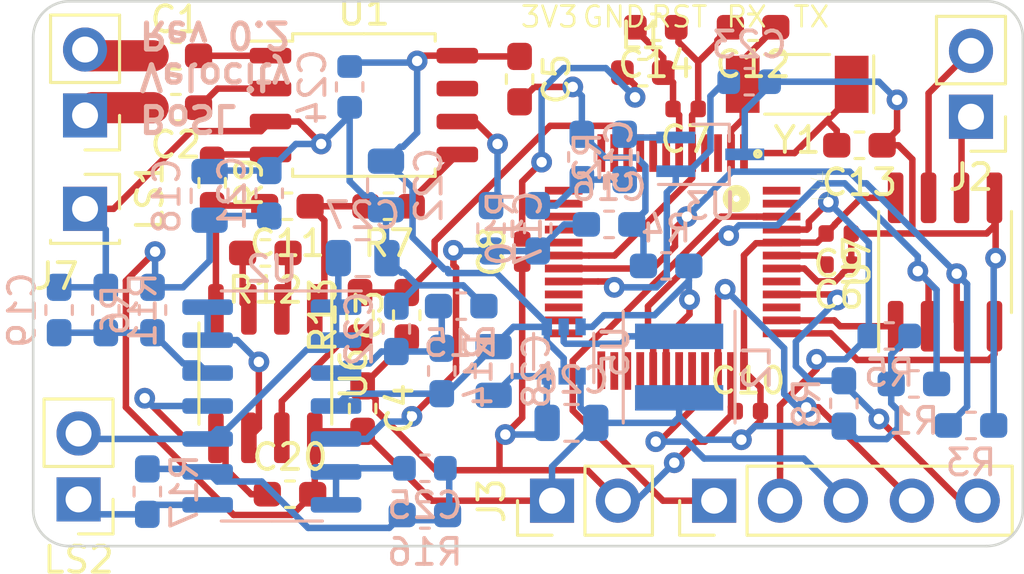
<source format=kicad_pcb>
(kicad_pcb (version 20171130) (host pcbnew "(5.1.2)-2")
  (layers (0 F.Cu signal hide) (1 In1.Cu power hide) (2 In2.Cu power hide) (31 B.Cu signal) (34 B.Paste user hide) (35 F.Paste user hide) (36 B.SilkS user) (37 F.SilkS user hide) (38 B.Mask user hide) (39 F.Mask user hide) (44 Edge.Cuts user))
  (net 0 "")
  (net 1 GND)
  (net 2 "Net-(U4-Pad3)")
  (net 3 "Net-(C1-Pad1)")
  (net 4 "Net-(C1-Pad2)")
  (net 5 "Net-(C2-Pad2)")
  (net 6 "Net-(C2-Pad1)")
  (net 7 Driver_Wave)
  (net 8 "Net-(C12-Pad1)")
  (net 9 "Net-(LS2-Pad1)")
  (net 10 "Net-(U1-Pad7)")
  (net 11 "Net-(R7-Pad1)")
  (net 12 "Net-(R9-Pad1)")
  (net 13 "Net-(R2-Pad1)")
  (net 14 VCLOCK)
  (net 15 SDA)
  (net 16 SCL)
  (net 17 TTL_RST)
  (net 18 SS)
  (net 19 MOSI)
  (net 20 MISO)
  (net 21 SCLK)
  (net 22 VREF)
  (net 23 RS485_RX)
  (net 24 RS485_TX)
  (net 25 RS485_B)
  (net 26 RS485_A)
  (net 27 "Net-(C6-Pad2)")
  (net 28 +3V3)
  (net 29 SWCLK)
  (net 30 SWDIO)
  (net 31 "Net-(U4-Pad48)")
  (net 32 "Net-(U4-Pad47)")
  (net 33 "Net-(U4-Pad41)")
  (net 34 "Net-(U4-Pad39)")
  (net 35 USB_D+)
  (net 36 USB_D-)
  (net 37 "Net-(U4-Pad32)")
  (net 38 "Net-(U4-Pad31)")
  (net 39 "Net-(U4-Pad28)")
  (net 40 "Net-(U4-Pad27)")
  (net 41 "Net-(U4-Pad26)")
  (net 42 "Net-(U4-Pad25)")
  (net 43 "Net-(U4-Pad16)")
  (net 44 "Net-(U4-Pad15)")
  (net 45 "Net-(U4-Pad12)")
  (net 46 "Net-(U4-Pad9)")
  (net 47 "Net-(U4-Pad8)")
  (net 48 "Net-(U4-Pad7)")
  (net 49 ADC_DIFF)
  (net 50 +5V)
  (net 51 "Net-(R12-Pad2)")
  (net 52 "Net-(R12-Pad1)")
  (net 53 "Net-(R13-Pad1)")
  (net 54 BUCK_EN)
  (net 55 "Net-(U4-Pad11)")
  (net 56 "Net-(C22-Pad2)")
  (net 57 "Net-(C27-Pad2)")
  (net 58 RS485_RE)
  (net 59 RS485_DE)
  (net 60 "Net-(R16-Pad1)")
  (net 61 "Net-(L2-Pad2)")
  (net 62 "Net-(U2-Pad13)")
  (net 63 "Net-(C14-Pad2)")
  (net 64 "Net-(C11-Pad2)")
  (net 65 "Net-(C11-Pad1)")
  (net 66 "Net-(C13-Pad2)")
  (net 67 "Net-(C15-Pad1)")
  (net 68 "Net-(C17-Pad2)")
  (net 69 "Net-(C19-Pad2)")
  (net 70 "Net-(C25-Pad2)")
  (net 71 "Net-(C25-Pad1)")
  (module Package_SO:SOIC-8_3.9x4.9mm_P1.27mm (layer F.Cu) (at 112.45 61.35 270)
    (fp_text reference U6 (at 0 -3.4 90) (layer F.SilkS))
    (fp_text value AD8226)
    (pad 8 smd roundrect (at 2.475 -1.905 270) (size 1.95 0.6) (layers F.Cu F.Paste F.Mask) (net 28 +3V3))
    (pad 7 smd roundrect (at 2.475 -0.635 270) (size 1.95 0.6) (layers F.Cu F.Paste F.Mask) (net 53 "Net-(R13-Pad1)"))
    (pad 6 smd roundrect (at 2.475 0.635 270) (size 1.95 0.6) (layers F.Cu F.Paste F.Mask) (net 62 "Net-(U2-Pad13)"))
    (pad 5 smd roundrect (at 2.475 1.905 270) (size 1.95 0.6) (layers F.Cu F.Paste F.Mask) (net 1 GND))
    (pad 4 smd roundrect (at -2.475 1.905 270) (size 1.95 0.6) (layers F.Cu F.Paste F.Mask) (net 64 "Net-(C11-Pad2)"))
    (pad 3 smd roundrect (at -2.475 0.635 270) (size 1.95 0.6) (layers F.Cu F.Paste F.Mask) (net 51 "Net-(R12-Pad2)"))
    (pad 2 smd roundrect (at -2.475 -0.635 270) (size 1.95 0.6) (layers F.Cu F.Paste F.Mask) (net 52 "Net-(R12-Pad1)"))
    (pad 1 smd roundrect (at -2.475 -1.905 270) (size 1.95 0.6) (layers F.Cu F.Paste F.Mask) (net 65 "Net-(C11-Pad1)"))
  )
  (module Capacitor_SMD:C_0603_1608Metric (layer B.Cu) (at 131.1 50.1 180)
    (fp_text reference C23 (at 0 1.43) (layer B.SilkS) (effects (justify mirror)))
    (fp_text value "1 μF")
    (pad 2 smd roundrect (at 0.7875 0 180) (size 0.875 0.95) (layers B.Cu B.Paste B.Mask) (net 14 VCLOCK))
    (pad 1 smd roundrect (at -0.7875 0 180) (size 0.875 0.95) (layers B.Cu B.Paste B.Mask) (net 1 GND))
  )
  (module Capacitor_SMD:C_0603_1608Metric (layer B.Cu) (at 118.6 65)
    (fp_text reference C25 (at 0 1.43) (layer B.SilkS) (effects (justify mirror)))
    (fp_text value "1 μF")
    (pad 2 smd roundrect (at 0.7875 0) (size 0.875 0.95) (layers B.Cu B.Paste B.Mask) (net 70 "Net-(C25-Pad2)"))
    (pad 1 smd roundrect (at -0.7875 0) (size 0.875 0.95) (layers B.Cu B.Paste B.Mask) (net 71 "Net-(C25-Pad1)"))
  )
  (module Capacitor_SMD:C_0603_1608Metric (layer B.Cu) (at 115.7 50.3 270)
    (fp_text reference C24 (at 0 1.43 90) (layer B.SilkS) (effects (justify mirror)))
    (fp_text value "1 μF")
    (pad 2 smd roundrect (at 0.7875 0 270) (size 0.875 0.95) (layers B.Cu B.Paste B.Mask) (net 1 GND))
    (pad 1 smd roundrect (at -0.7875 0 270) (size 0.875 0.95) (layers B.Cu B.Paste B.Mask) (net 50 +5V))
  )
  (module Capacitor_SMD:C_0603_1608Metric (layer F.Cu) (at 127.5 48 180)
    (fp_text reference C14 (at 0 -1.43) (layer F.SilkS))
    (fp_text value 4.7uF)
    (pad 2 smd roundrect (at 0.7875 0 180) (size 0.875 0.95) (layers F.Cu F.Paste F.Mask) (net 63 "Net-(C14-Pad2)"))
    (pad 1 smd roundrect (at -0.7875 0 180) (size 0.875 0.95) (layers F.Cu F.Paste F.Mask) (net 1 GND))
  )
  (module Capacitor_SMD:C_0805_2012Metric (layer B.Cu) (at 116.2 56.9 180)
    (fp_text reference C27 (at 0 1.65) (layer B.SilkS) (effects (justify mirror)))
    (fp_text value "10 μF")
    (pad 2 smd roundrect (at 0.9375 0 180) (size 0.975 1.4) (layers B.Cu B.Paste B.Mask) (net 57 "Net-(C27-Pad2)"))
    (pad 1 smd roundrect (at -0.9375 0 180) (size 0.975 1.4) (layers B.Cu B.Paste B.Mask) (net 1 GND))
  )
  (module Capacitor_SMD:C_0603_1608Metric_Pad1.05x0.95mm_HandSolder (layer B.Cu) (at 112.6 54.4 270)
    (fp_text reference C21 (at 0 1.43 270) (layer B.SilkS) (effects (justify mirror)))
    (fp_text value "1 uF")
    (pad 2 smd roundrect (at 0.875 0 270) (size 1.05 0.95) (layers B.Cu B.Paste B.Mask) (net 28 +3V3))
    (pad 1 smd roundrect (at -0.875 0 270) (size 1.05 0.95) (layers B.Cu B.Paste B.Mask) (net 1 GND))
  )
  (module ATSAMD21G18A-AUT:QFP50P900X900X120-48N (layer F.Cu) (at 128.15 57.05 270)
    (fp_text reference U4 (at -2.932823 -5.696648 90) (layer F.SilkS) (effects (font (size 0.641492 0.641492) (thickness 0.015))))
    (fp_text value ATSAMD21G18A-AUT)
    (pad 48 smd rect (at -2.75 -4.2 270) (size 0.3 1.45) (layers F.Cu F.Paste F.Mask) (net 31 "Net-(U4-Pad48)"))
    (pad 47 smd rect (at -2.25 -4.2 270) (size 0.3 1.45) (layers F.Cu F.Paste F.Mask) (net 32 "Net-(U4-Pad47)"))
    (pad 46 smd rect (at -1.75 -4.2 270) (size 0.3 1.45) (layers F.Cu F.Paste F.Mask) (net 30 SWDIO))
    (pad 45 smd rect (at -1.25 -4.2 270) (size 0.3 1.45) (layers F.Cu F.Paste F.Mask) (net 29 SWCLK))
    (pad 44 smd rect (at -0.75 -4.2 270) (size 0.3 1.45) (layers F.Cu F.Paste F.Mask) (net 28 +3V3))
    (pad 43 smd rect (at -0.25 -4.2 270) (size 0.3 1.45) (layers F.Cu F.Paste F.Mask) (net 27 "Net-(C6-Pad2)"))
    (pad 42 smd rect (at 0.25 -4.2 270) (size 0.3 1.45) (layers F.Cu F.Paste F.Mask) (net 1 GND))
    (pad 41 smd rect (at 0.75 -4.2 270) (size 0.3 1.45) (layers F.Cu F.Paste F.Mask) (net 33 "Net-(U4-Pad41)"))
    (pad 40 smd rect (at 1.25 -4.2 270) (size 0.3 1.45) (layers F.Cu F.Paste F.Mask) (net 17 TTL_RST))
    (pad 39 smd rect (at 1.75 -4.2 270) (size 0.3 1.45) (layers F.Cu F.Paste F.Mask) (net 34 "Net-(U4-Pad39)"))
    (pad 38 smd rect (at 2.25 -4.2 270) (size 0.3 1.45) (layers F.Cu F.Paste F.Mask) (net 23 RS485_RX))
    (pad 37 smd rect (at 2.75 -4.2 270) (size 0.3 1.45) (layers F.Cu F.Paste F.Mask) (net 24 RS485_TX))
    (pad 34 smd rect (at 4.2 -1.75 270) (size 1.45 0.3) (layers F.Cu F.Paste F.Mask) (net 35 USB_D+))
    (pad 36 smd rect (at 4.2 -2.75 270) (size 1.45 0.3) (layers F.Cu F.Paste F.Mask) (net 28 +3V3))
    (pad 35 smd rect (at 4.2 -2.25 270) (size 1.45 0.3) (layers F.Cu F.Paste F.Mask) (net 1 GND))
    (pad 33 smd rect (at 4.2 -1.25 270) (size 1.45 0.3) (layers F.Cu F.Paste F.Mask) (net 36 USB_D-))
    (pad 32 smd rect (at 4.2 -0.75 270) (size 1.45 0.3) (layers F.Cu F.Paste F.Mask) (net 37 "Net-(U4-Pad32)"))
    (pad 31 smd rect (at 4.2 -0.25 270) (size 1.45 0.3) (layers F.Cu F.Paste F.Mask) (net 38 "Net-(U4-Pad31)"))
    (pad 30 smd rect (at 4.2 0.25 270) (size 1.45 0.3) (layers F.Cu F.Paste F.Mask) (net 54 BUCK_EN))
    (pad 29 smd rect (at 4.2 0.75 270) (size 1.45 0.3) (layers F.Cu F.Paste F.Mask) (net 58 RS485_RE))
    (pad 28 smd rect (at 4.2 1.25 270) (size 1.45 0.3) (layers F.Cu F.Paste F.Mask) (net 39 "Net-(U4-Pad28)"))
    (pad 27 smd rect (at 4.2 1.75 270) (size 1.45 0.3) (layers F.Cu F.Paste F.Mask) (net 40 "Net-(U4-Pad27)"))
    (pad 26 smd rect (at 4.2 2.25 270) (size 1.45 0.3) (layers F.Cu F.Paste F.Mask) (net 41 "Net-(U4-Pad26)"))
    (pad 25 smd rect (at 4.17 2.75 270) (size 1.45 0.3) (layers F.Cu F.Paste F.Mask) (net 42 "Net-(U4-Pad25)"))
    (pad 10 smd rect (at -4.2 1.75 270) (size 1.45 0.3) (layers F.Cu F.Paste F.Mask) (net 49 ADC_DIFF))
    (pad 24 smd rect (at 2.75 4.2 270) (size 0.3 1.45) (layers F.Cu F.Paste F.Mask) (net 20 MISO))
    (pad 23 smd rect (at 2.25 4.2 270) (size 0.3 1.45) (layers F.Cu F.Paste F.Mask) (net 18 SS))
    (pad 22 smd rect (at 1.75 4.2 270) (size 0.3 1.45) (layers F.Cu F.Paste F.Mask) (net 21 SCLK))
    (pad 21 smd rect (at 1.25 4.2 270) (size 0.3 1.45) (layers F.Cu F.Paste F.Mask) (net 19 MOSI))
    (pad 20 smd rect (at 0.75 4.2 270) (size 0.3 1.45) (layers F.Cu F.Paste F.Mask) (net 14 VCLOCK))
    (pad 19 smd rect (at 0.25 4.2 270) (size 0.3 1.45) (layers F.Cu F.Paste F.Mask) (net 59 RS485_DE))
    (pad 18 smd rect (at -0.25 4.2 270) (size 0.3 1.45) (layers F.Cu F.Paste F.Mask) (net 1 GND))
    (pad 17 smd rect (at -0.75 4.2 270) (size 0.3 1.45) (layers F.Cu F.Paste F.Mask) (net 28 +3V3))
    (pad 16 smd rect (at -1.25 4.2 270) (size 0.3 1.45) (layers F.Cu F.Paste F.Mask) (net 43 "Net-(U4-Pad16)"))
    (pad 15 smd rect (at -1.75 4.2 270) (size 0.3 1.45) (layers F.Cu F.Paste F.Mask) (net 44 "Net-(U4-Pad15)"))
    (pad 14 smd rect (at -2.25 4.2 270) (size 0.3 1.45) (layers F.Cu F.Paste F.Mask) (net 16 SCL))
    (pad 13 smd rect (at -2.75 4.2 270) (size 0.3 1.45) (layers F.Cu F.Paste F.Mask) (net 15 SDA))
    (pad 12 smd rect (at -4.2 2.75 270) (size 1.45 0.3) (layers F.Cu F.Paste F.Mask) (net 45 "Net-(U4-Pad12)"))
    (pad 11 smd rect (at -4.2 2.25 270) (size 1.45 0.3) (layers F.Cu F.Paste F.Mask) (net 55 "Net-(U4-Pad11)"))
    (pad 9 smd rect (at -4.2 1.25 270) (size 1.45 0.3) (layers F.Cu F.Paste F.Mask) (net 46 "Net-(U4-Pad9)"))
    (pad 8 smd rect (at -4.2 0.75 270) (size 1.45 0.3) (layers F.Cu F.Paste F.Mask) (net 47 "Net-(U4-Pad8)"))
    (pad 7 smd rect (at -4.2 0.25 270) (size 1.45 0.3) (layers F.Cu F.Paste F.Mask) (net 48 "Net-(U4-Pad7)"))
    (pad 6 smd rect (at -4.2 -0.25 270) (size 1.45 0.3) (layers F.Cu F.Paste F.Mask) (net 63 "Net-(C14-Pad2)"))
    (pad 5 smd rect (at -4.2 -0.75 270) (size 1.45 0.3) (layers F.Cu F.Paste F.Mask) (net 1 GND))
    (pad 4 smd rect (at -4.2 -1.25 270) (size 1.45 0.3) (layers F.Cu F.Paste F.Mask) (net 22 VREF))
    (pad 3 smd rect (at -4.2 -1.75 270) (size 1.45 0.3) (layers F.Cu F.Paste F.Mask) (net 2 "Net-(U4-Pad3)"))
    (pad 2 smd rect (at -4.2 -2.25 270) (size 1.45 0.3) (layers F.Cu F.Paste F.Mask) (net 8 "Net-(C12-Pad1)"))
    (pad 1 smd rect (at -4.2 -2.75 270) (size 1.45 0.3) (layers F.Cu F.Paste F.Mask) (net 66 "Net-(C13-Pad2)"))
  )
  (module Resistor_SMD:R_0603_1608Metric_Pad1.05x0.95mm_HandSolder (layer B.Cu) (at 134.75 62.5 270)
    (fp_text reference R8 (at 0 1.43 270) (layer B.SilkS) (effects (justify mirror)))
    (fp_text value "10 kΩ")
    (pad 2 smd roundrect (at 0.875 0 270) (size 1.05 0.95) (layers B.Cu B.Paste B.Mask) (net 28 +3V3))
    (pad 1 smd roundrect (at -0.875 0 270) (size 1.05 0.95) (layers B.Cu B.Paste B.Mask) (net 17 TTL_RST))
  )
  (module Capacitor_SMD:C_0603_1608Metric_Pad1.05x0.95mm_HandSolder (layer F.Cu) (at 113.4 66)
    (fp_text reference C20 (at 0 -1.43) (layer F.SilkS))
    (fp_text value "1 uF")
    (pad 2 smd roundrect (at 0.875 0) (size 1.05 0.95) (layers F.Cu F.Paste F.Mask) (net 28 +3V3))
    (pad 1 smd roundrect (at -0.875 0) (size 1.05 0.95) (layers F.Cu F.Paste F.Mask) (net 1 GND))
  )
  (module Capacitor_SMD:C_0603_1608Metric_Pad1.05x0.95mm_HandSolder (layer F.Cu) (at 122.25 50 270)
    (fp_text reference C5 (at 0 -1.43 90) (layer F.SilkS))
    (fp_text value "100 nF")
    (pad 2 smd roundrect (at 0.875 0 270) (size 1.05 0.95) (layers F.Cu F.Paste F.Mask) (net 1 GND))
    (pad 1 smd roundrect (at -0.875 0 270) (size 1.05 0.95) (layers F.Cu F.Paste F.Mask) (net 50 +5V))
  )
  (module Crystal:Crystal_SMD_MicroCrystal_CC4V-T1A-2Pin_5.0x1.9mm (layer F.Cu) (at 132.95 50.2 180)
    (fp_text reference Y1 (at 0 -2.15) (layer F.SilkS))
    (fp_text value FX255_32.768kHz)
    (pad 2 smd rect (at 2.1 0 180) (size 1.3 2.2) (layers F.Cu F.Paste F.Mask) (net 8 "Net-(C12-Pad1)"))
    (pad 1 smd rect (at -2.1 0 180) (size 1.3 2.2) (layers F.Cu F.Paste F.Mask) (net 66 "Net-(C13-Pad2)"))
  )
  (module Capacitor_SMD:C_0402_1005Metric (layer F.Cu) (at 131.05 62.8)
    (fp_text reference C10 (at 0 -1.17) (layer F.SilkS))
    (fp_text value "100 nF")
    (pad 2 smd roundrect (at 0.485 0) (size 0.59 0.64) (layers F.Cu F.Paste F.Mask) (net 28 +3V3))
    (pad 1 smd roundrect (at -0.485 0) (size 0.59 0.64) (layers F.Cu F.Paste F.Mask) (net 1 GND))
  )
  (module Capacitor_SMD:C_0402_1005Metric (layer F.Cu) (at 134.55 57.15 180)
    (fp_text reference C6 (at 0 -1.17) (layer F.SilkS))
    (fp_text value "100 nF")
    (pad 2 smd roundrect (at 0.485 0 180) (size 0.59 0.64) (layers F.Cu F.Paste F.Mask) (net 27 "Net-(C6-Pad2)"))
    (pad 1 smd roundrect (at -0.485 0 180) (size 0.59 0.64) (layers F.Cu F.Paste F.Mask) (net 1 GND))
  )
  (module Capacitor_SMD:C_0402_1005Metric (layer F.Cu) (at 122.35 56.65 90)
    (fp_text reference C8 (at 0 -1.17 90) (layer F.SilkS))
    (fp_text value "100 nF")
    (pad 2 smd roundrect (at 0.485 0 90) (size 0.59 0.64) (layers F.Cu F.Paste F.Mask) (net 28 +3V3))
    (pad 1 smd roundrect (at -0.485 0 90) (size 0.59 0.64) (layers F.Cu F.Paste F.Mask) (net 1 GND))
  )
  (module Capacitor_SMD:C_0402_1005Metric (layer F.Cu) (at 128.65 51.15 180)
    (fp_text reference C7 (at 0 -1.17) (layer F.SilkS))
    (fp_text value "100 nF")
    (pad 2 smd roundrect (at 0.485 0 180) (size 0.59 0.64) (layers F.Cu F.Paste F.Mask) (net 63 "Net-(C14-Pad2)"))
    (pad 1 smd roundrect (at -0.485 0 180) (size 0.59 0.64) (layers F.Cu F.Paste F.Mask) (net 1 GND))
  )
  (module Capacitor_SMD:C_0402_1005Metric (layer F.Cu) (at 134.55 55.95 180)
    (fp_text reference C9 (at 0 -1.17) (layer F.SilkS))
    (fp_text value "100 nF")
    (pad 2 smd roundrect (at 0.485 0 180) (size 0.59 0.64) (layers F.Cu F.Paste F.Mask) (net 28 +3V3))
    (pad 1 smd roundrect (at -0.485 0 180) (size 0.59 0.64) (layers F.Cu F.Paste F.Mask) (net 1 GND))
  )
  (module Inductor_SMD:L_Coilcraft_XxL4020 (layer B.Cu) (at 128.4 61.1 90)
    (fp_text reference L2 (at 0 3 90) (layer B.SilkS) (effects (justify mirror)))
    (fp_text value XFL4020-472MEC)
    (pad 2 smd rect (at 1.185 0 90) (size 0.98 3.4) (layers B.Cu B.Paste B.Mask) (net 61 "Net-(L2-Pad2)"))
    (pad 1 smd rect (at -1.185 0 90) (size 0.98 3.4) (layers B.Cu B.Paste B.Mask) (net 28 +3V3))
  )
  (module Package_TO_SOT_SMD:SOT-363_SC-70-6 (layer B.Cu) (at 123.95 60.5 90)
    (fp_text reference U5 (at 0 2 90) (layer B.SilkS) (effects (justify mirror)))
    (fp_text value TPS61222)
    (pad 6 smd rect (at 0.95 0.65 90) (size 0.65 0.4) (layers B.Cu B.Paste B.Mask) (net 54 BUCK_EN))
    (pad 4 smd rect (at 0.95 -0.65 90) (size 0.65 0.4) (layers B.Cu B.Paste B.Mask) (net 50 +5V))
    (pad 2 smd rect (at -0.95 0 90) (size 0.65 0.4) (layers B.Cu B.Paste B.Mask) (net 50 +5V))
    (pad 5 smd rect (at 0.95 0 90) (size 0.65 0.4) (layers B.Cu B.Paste B.Mask) (net 61 "Net-(L2-Pad2)"))
    (pad 3 smd rect (at -0.95 -0.65 90) (size 0.65 0.4) (layers B.Cu B.Paste B.Mask) (net 1 GND))
    (pad 1 smd rect (at -0.95 0.65 90) (size 0.65 0.4) (layers B.Cu B.Paste B.Mask) (net 28 +3V3))
  )
  (module Package_SO:SOIC-14_3.9x8.7mm_P1.27mm (layer B.Cu) (at 112.7 62.6 180)
    (fp_text reference U2 (at 0 5.28) (layer B.SilkS) (effects (justify mirror)))
    (fp_text value OPA4354)
    (pad 14 smd roundrect (at 2.475 3.81 180) (size 1.95 0.6) (layers B.Cu B.Paste B.Mask) (net 62 "Net-(U2-Pad13)"))
    (pad 13 smd roundrect (at 2.475 2.54 180) (size 1.95 0.6) (layers B.Cu B.Paste B.Mask) (net 62 "Net-(U2-Pad13)"))
    (pad 12 smd roundrect (at 2.475 1.27 180) (size 1.95 0.6) (layers B.Cu B.Paste B.Mask) (net 69 "Net-(C19-Pad2)"))
    (pad 11 smd roundrect (at 2.475 0 180) (size 1.95 0.6) (layers B.Cu B.Paste B.Mask) (net 1 GND))
    (pad 10 smd roundrect (at 2.475 -1.27 180) (size 1.95 0.6) (layers B.Cu B.Paste B.Mask) (net 57 "Net-(C27-Pad2)"))
    (pad 9 smd roundrect (at 2.475 -2.54 180) (size 1.95 0.6) (layers B.Cu B.Paste B.Mask) (net 60 "Net-(R16-Pad1)"))
    (pad 8 smd roundrect (at 2.475 -3.81 180) (size 1.95 0.6) (layers B.Cu B.Paste B.Mask) (net 9 "Net-(LS2-Pad1)"))
    (pad 7 smd roundrect (at -2.475 -3.81 180) (size 1.95 0.6) (layers B.Cu B.Paste B.Mask) (net 71 "Net-(C25-Pad1)"))
    (pad 6 smd roundrect (at -2.475 -2.54 180) (size 1.95 0.6) (layers B.Cu B.Paste B.Mask) (net 71 "Net-(C25-Pad1)"))
    (pad 5 smd roundrect (at -2.475 -1.27 180) (size 1.95 0.6) (layers B.Cu B.Paste B.Mask) (net 7 Driver_Wave))
    (pad 4 smd roundrect (at -2.475 0 180) (size 1.95 0.6) (layers B.Cu B.Paste B.Mask) (net 50 +5V))
    (pad 3 smd roundrect (at -2.475 1.27 180) (size 1.95 0.6) (layers B.Cu B.Paste B.Mask) (net 56 "Net-(C22-Pad2)"))
    (pad 2 smd roundrect (at -2.475 2.54 180) (size 1.95 0.6) (layers B.Cu B.Paste B.Mask) (net 57 "Net-(C27-Pad2)"))
    (pad 1 smd roundrect (at -2.475 3.81 180) (size 1.95 0.6) (layers B.Cu B.Paste B.Mask) (net 57 "Net-(C27-Pad2)"))
  )
  (module Resistor_SMD:R_0603_1608Metric_Pad1.05x0.95mm_HandSolder (layer B.Cu) (at 107.9 65.9 90)
    (fp_text reference R17 (at 0 1.43 90) (layer B.SilkS) (effects (justify mirror)))
    (fp_text value "15 kΩ")
    (pad 2 smd roundrect (at 0.875 0 90) (size 1.05 0.95) (layers B.Cu B.Paste B.Mask) (net 60 "Net-(R16-Pad1)"))
    (pad 1 smd roundrect (at -0.875 0 90) (size 1.05 0.95) (layers B.Cu B.Paste B.Mask) (net 9 "Net-(LS2-Pad1)"))
  )
  (module Resistor_SMD:R_0603_1608Metric_Pad1.05x0.95mm_HandSolder (layer B.Cu) (at 118.6 66.8)
    (fp_text reference R16 (at 0 1.43) (layer B.SilkS) (effects (justify mirror)))
    (fp_text value "1 kΩ")
    (pad 2 smd roundrect (at 0.875 0) (size 1.05 0.95) (layers B.Cu B.Paste B.Mask) (net 70 "Net-(C25-Pad2)"))
    (pad 1 smd roundrect (at -0.875 0) (size 1.05 0.95) (layers B.Cu B.Paste B.Mask) (net 60 "Net-(R16-Pad1)"))
  )
  (module Resistor_SMD:R_0603_1608Metric_Pad1.05x0.95mm_HandSolder (layer B.Cu) (at 120 58.75)
    (fp_text reference R15 (at 0 1.43) (layer B.SilkS) (effects (justify mirror)))
    (fp_text value "10 kΩ")
    (pad 2 smd roundrect (at 0.875 0) (size 1.05 0.95) (layers B.Cu B.Paste B.Mask) (net 1 GND))
    (pad 1 smd roundrect (at -0.875 0) (size 1.05 0.95) (layers B.Cu B.Paste B.Mask) (net 56 "Net-(C22-Pad2)"))
  )
  (module Resistor_SMD:R_0603_1608Metric_Pad1.05x0.95mm_HandSolder (layer B.Cu) (at 119.25 61.25 90)
    (fp_text reference R14 (at 0 1.43 90) (layer B.SilkS) (effects (justify mirror)))
    (fp_text value "10 kΩ")
    (pad 2 smd roundrect (at 0.875 0 90) (size 1.05 0.95) (layers B.Cu B.Paste B.Mask) (net 56 "Net-(C22-Pad2)"))
    (pad 1 smd roundrect (at -0.875 0 90) (size 1.05 0.95) (layers B.Cu B.Paste B.Mask) (net 50 +5V))
  )
  (module Resistor_SMD:R_0603_1608Metric_Pad1.05x0.95mm_HandSolder (layer B.Cu) (at 127.9 57.2 180)
    (fp_text reference R4 (at 0 1.43) (layer B.SilkS) (effects (justify mirror)))
    (fp_text value "10 kΩ")
    (pad 2 smd roundrect (at 0.875 0 180) (size 1.05 0.95) (layers B.Cu B.Paste B.Mask) (net 1 GND))
    (pad 1 smd roundrect (at -0.875 0 180) (size 1.05 0.95) (layers B.Cu B.Paste B.Mask) (net 54 BUCK_EN))
  )
  (module Resistor_SMD:R_0603_1608Metric_Pad1.05x0.95mm_HandSolder (layer B.Cu) (at 139.65 63.35)
    (fp_text reference R3 (at 0 1.43) (layer B.SilkS) (effects (justify mirror)))
    (fp_text value "20 kΩ")
    (pad 2 smd roundrect (at 0.875 0) (size 1.05 0.95) (layers B.Cu B.Paste B.Mask) (net 1 GND))
    (pad 1 smd roundrect (at -0.875 0) (size 1.05 0.95) (layers B.Cu B.Paste B.Mask) (net 59 RS485_DE))
  )
  (module Resistor_SMD:R_0603_1608Metric_Pad1.05x0.95mm_HandSolder (layer B.Cu) (at 137.45 61.75)
    (fp_text reference R1 (at 0 1.43) (layer B.SilkS) (effects (justify mirror)))
    (fp_text value "20 kΩ")
    (pad 2 smd roundrect (at 0.875 0) (size 1.05 0.95) (layers B.Cu B.Paste B.Mask) (net 58 RS485_RE))
    (pad 1 smd roundrect (at -0.875 0) (size 1.05 0.95) (layers B.Cu B.Paste B.Mask) (net 28 +3V3))
  )
  (module Capacitor_SMD:C_0805_2012Metric (layer B.Cu) (at 121.25 61.25 90)
    (fp_text reference C28 (at 0 1.65 90) (layer B.SilkS) (effects (justify mirror)))
    (fp_text value "10 μF")
    (pad 2 smd roundrect (at 0.9375 0 90) (size 0.975 1.4) (layers B.Cu B.Paste B.Mask) (net 50 +5V))
    (pad 1 smd roundrect (at -0.9375 0 90) (size 0.975 1.4) (layers B.Cu B.Paste B.Mask) (net 1 GND))
  )
  (module Capacitor_SMD:C_0603_1608Metric_Pad1.05x0.95mm_HandSolder (layer B.Cu) (at 117.5 59.625 270)
    (fp_text reference C22 (at 0 1.43 90) (layer B.SilkS) (effects (justify mirror)))
    (fp_text value "1 μF")
    (pad 2 smd roundrect (at 0.875 0 270) (size 1.05 0.95) (layers B.Cu B.Paste B.Mask) (net 56 "Net-(C22-Pad2)"))
    (pad 1 smd roundrect (at -0.875 0 270) (size 1.05 0.95) (layers B.Cu B.Paste B.Mask) (net 1 GND))
  )
  (module Package_SO:SOIC-8_3.9x4.9mm_P1.27mm (layer F.Cu) (at 138.65 57.05 90)
    (fp_text reference U7 (at 0 -3.4 90) (layer F.SilkS))
    (fp_text value SP3075)
    (pad 8 smd roundrect (at 2.475 -1.905 90) (size 1.95 0.6) (layers F.Cu F.Paste F.Mask) (net 28 +3V3))
    (pad 7 smd roundrect (at 2.475 -0.635 90) (size 1.95 0.6) (layers F.Cu F.Paste F.Mask) (net 25 RS485_B))
    (pad 6 smd roundrect (at 2.475 0.635 90) (size 1.95 0.6) (layers F.Cu F.Paste F.Mask) (net 26 RS485_A))
    (pad 5 smd roundrect (at 2.475 1.905 90) (size 1.95 0.6) (layers F.Cu F.Paste F.Mask) (net 1 GND))
    (pad 4 smd roundrect (at -2.475 1.905 90) (size 1.95 0.6) (layers F.Cu F.Paste F.Mask) (net 24 RS485_TX))
    (pad 3 smd roundrect (at -2.475 0.635 90) (size 1.95 0.6) (layers F.Cu F.Paste F.Mask) (net 59 RS485_DE))
    (pad 2 smd roundrect (at -2.475 -0.635 90) (size 1.95 0.6) (layers F.Cu F.Paste F.Mask) (net 58 RS485_RE))
    (pad 1 smd roundrect (at -2.475 -1.905 90) (size 1.95 0.6) (layers F.Cu F.Paste F.Mask) (net 23 RS485_RX))
  )
  (module Package_TO_SOT_SMD:SOT-323_SC-70_Handsoldering (layer B.Cu) (at 129.6 52.9)
    (fp_text reference U3 (at 0 2) (layer B.SilkS) (effects (justify mirror)))
    (fp_text value MAX7375AXR105)
    (pad 3 smd rect (at 1.33 0 90) (size 0.45 1.5) (layers B.Cu B.Paste B.Mask) (net 1 GND))
    (pad 2 smd rect (at -1.33 -0.65 90) (size 0.45 1.5) (layers B.Cu B.Paste B.Mask) (net 13 "Net-(R2-Pad1)"))
    (pad 1 smd rect (at -1.33 0.65 90) (size 0.45 1.5) (layers B.Cu B.Paste B.Mask) (net 14 VCLOCK))
  )
  (module Package_SO:SOIC-8_5.275x5.275mm_P1.27mm (layer F.Cu) (at 116.25 51)
    (fp_text reference U1 (at 0 -3.59) (layer F.SilkS))
    (fp_text value SA612AD)
    (pad 8 smd roundrect (at 3.6 -1.905) (size 1.6 0.6) (layers F.Cu F.Paste F.Mask) (net 50 +5V))
    (pad 7 smd roundrect (at 3.6 -0.635) (size 1.6 0.6) (layers F.Cu F.Paste F.Mask) (net 10 "Net-(U1-Pad7)"))
    (pad 6 smd roundrect (at 3.6 0.635) (size 1.6 0.6) (layers F.Cu F.Paste F.Mask) (net 68 "Net-(C17-Pad2)"))
    (pad 5 smd roundrect (at 3.6 1.905) (size 1.6 0.6) (layers F.Cu F.Paste F.Mask) (net 11 "Net-(R7-Pad1)"))
    (pad 4 smd roundrect (at -3.6 1.905) (size 1.6 0.6) (layers F.Cu F.Paste F.Mask) (net 12 "Net-(R9-Pad1)"))
    (pad 3 smd roundrect (at -3.6 0.635) (size 1.6 0.6) (layers F.Cu F.Paste F.Mask) (net 1 GND))
    (pad 2 smd roundrect (at -3.6 -0.635) (size 1.6 0.6) (layers F.Cu F.Paste F.Mask) (net 6 "Net-(C2-Pad1)"))
    (pad 1 smd roundrect (at -3.6 -1.905) (size 1.6 0.6) (layers F.Cu F.Paste F.Mask) (net 3 "Net-(C1-Pad1)"))
  )
  (module Resistor_SMD:R_0603_1608Metric_Pad1.05x0.95mm_HandSolder (layer F.Cu) (at 116.1 59.1 90)
    (fp_text reference R13 (at 0 -1.43 90) (layer F.SilkS))
    (fp_text value "100 Ω")
    (pad 2 smd roundrect (at 0.875 0 90) (size 1.05 0.95) (layers F.Cu F.Paste F.Mask) (net 49 ADC_DIFF))
    (pad 1 smd roundrect (at -0.875 0 90) (size 1.05 0.95) (layers F.Cu F.Paste F.Mask) (net 53 "Net-(R13-Pad1)"))
  )
  (module Resistor_SMD:R_0603_1608Metric_Pad1.05x0.95mm_HandSolder (layer F.Cu) (at 112.45 56.7 180)
    (fp_text reference R12 (at 0 -1.43) (layer F.SilkS))
    (fp_text value "200 Ω")
    (pad 2 smd roundrect (at 0.875 0 180) (size 1.05 0.95) (layers F.Cu F.Paste F.Mask) (net 51 "Net-(R12-Pad2)"))
    (pad 1 smd roundrect (at -0.875 0 180) (size 1.05 0.95) (layers F.Cu F.Paste F.Mask) (net 52 "Net-(R12-Pad1)"))
  )
  (module Resistor_SMD:R_0603_1608Metric_Pad1.05x0.95mm_HandSolder (layer B.Cu) (at 106.3 58.9 90)
    (fp_text reference R11 (at 0 1.43 90) (layer B.SilkS) (effects (justify mirror)))
    (fp_text value "500 kΩ")
    (pad 2 smd roundrect (at 0.875 0 90) (size 1.05 0.95) (layers B.Cu B.Paste B.Mask) (net 1 GND))
    (pad 1 smd roundrect (at -0.875 0 90) (size 1.05 0.95) (layers B.Cu B.Paste B.Mask) (net 69 "Net-(C19-Pad2)"))
  )
  (module Resistor_SMD:R_0603_1608Metric_Pad1.05x0.95mm_HandSolder (layer B.Cu) (at 122.95 55.75 270)
    (fp_text reference R10 (at 0 1.43 90) (layer B.SilkS) (effects (justify mirror)))
    (fp_text value "1 kΩ")
    (pad 2 smd roundrect (at 0.875 0 270) (size 1.05 0.95) (layers B.Cu B.Paste B.Mask) (net 7 Driver_Wave))
    (pad 1 smd roundrect (at -0.875 0 270) (size 1.05 0.95) (layers B.Cu B.Paste B.Mask) (net 67 "Net-(C15-Pad1)"))
  )
  (module Resistor_SMD:R_0603_1608Metric_Pad1.05x0.95mm_HandSolder (layer F.Cu) (at 110.4 54 270)
    (fp_text reference R9 (at 0 -1.43 90) (layer F.SilkS))
    (fp_text value "330 Ω")
    (pad 2 smd roundrect (at 0.875 0 270) (size 1.05 0.95) (layers F.Cu F.Paste F.Mask) (net 64 "Net-(C11-Pad2)"))
    (pad 1 smd roundrect (at -0.875 0 270) (size 1.05 0.95) (layers F.Cu F.Paste F.Mask) (net 12 "Net-(R9-Pad1)"))
  )
  (module Resistor_SMD:R_0603_1608Metric_Pad1.05x0.95mm_HandSolder (layer F.Cu) (at 117.2 54.9 180)
    (fp_text reference R7 (at 0 -1.43) (layer F.SilkS))
    (fp_text value "330 Ω")
    (pad 2 smd roundrect (at 0.875 0 180) (size 1.05 0.95) (layers F.Cu F.Paste F.Mask) (net 65 "Net-(C11-Pad1)"))
    (pad 1 smd roundrect (at -0.875 0 180) (size 1.05 0.95) (layers F.Cu F.Paste F.Mask) (net 11 "Net-(R7-Pad1)"))
  )
  (module Resistor_SMD:R_0603_1608Metric_Pad1.05x0.95mm_HandSolder (layer B.Cu) (at 108.1 58.9 270)
    (fp_text reference R6 (at 0 1.43 90) (layer B.SilkS) (effects (justify mirror)))
    (fp_text value "2.8 MΩ")
    (pad 2 smd roundrect (at 0.875 0 270) (size 1.05 0.95) (layers B.Cu B.Paste B.Mask) (net 69 "Net-(C19-Pad2)"))
    (pad 1 smd roundrect (at -0.875 0 270) (size 1.05 0.95) (layers B.Cu B.Paste B.Mask) (net 28 +3V3))
  )
  (module Resistor_SMD:R_0603_1608Metric (layer B.Cu) (at 136.5 59.9)
    (fp_text reference R5 (at 0 1.43) (layer B.SilkS) (effects (justify mirror)))
    (fp_text value "1 kΩ")
    (pad 2 smd roundrect (at 0.7875 0) (size 0.875 0.95) (layers B.Cu B.Paste B.Mask) (net 28 +3V3))
    (pad 1 smd roundrect (at -0.7875 0) (size 0.875 0.95) (layers B.Cu B.Paste B.Mask) (net 29 SWCLK))
  )
  (module Resistor_SMD:R_0603_1608Metric_Pad1.05x0.95mm_HandSolder (layer B.Cu) (at 126.3 53 270)
    (fp_text reference R2 (at 0 1.43 90) (layer B.SilkS) (effects (justify mirror)))
    (fp_text value "3.3 kΩ")
    (pad 2 smd roundrect (at 0.875 0 270) (size 1.05 0.95) (layers B.Cu B.Paste B.Mask) (net 67 "Net-(C15-Pad1)"))
    (pad 1 smd roundrect (at -0.875 0 270) (size 1.05 0.95) (layers B.Cu B.Paste B.Mask) (net 13 "Net-(R2-Pad1)"))
  )
  (module Capacitor_SMD:C_0603_1608Metric (layer F.Cu) (at 127 49.75)
    (fp_text reference L1 (at 0 -1.43) (layer F.SilkS))
    (fp_text value BLM18PG471SN1D)
    (pad 2 smd roundrect (at 0.7875 0) (size 0.875 0.95) (layers F.Cu F.Paste F.Mask) (net 63 "Net-(C14-Pad2)"))
    (pad 1 smd roundrect (at -0.7875 0) (size 0.875 0.95) (layers F.Cu F.Paste F.Mask) (net 28 +3V3))
  )
  (module Connector_PinHeader_2.54mm:PinHeader_1x02_P2.54mm_Vertical (layer F.Cu) (at 123.5 66.25 90)
    (fp_text reference J3 (at 0 -2.33 90) (layer F.SilkS))
    (fp_text value Conn_01x02)
    (pad 2 thru_hole oval (at 0 2.54 90) (size 1.7 1.7) (drill 1) (layers *.Cu *.Mask) (net 1 GND))
    (pad 1 thru_hole rect (at 0 0 90) (size 1.7 1.7) (drill 1) (layers *.Cu *.Mask) (net 28 +3V3))
  )
  (module Capacitor_SMD:C_0603_1608Metric_Pad1.05x0.95mm_HandSolder (layer F.Cu) (at 116.2 62.7 270)
    (fp_text reference C4 (at 0 -1.43 90) (layer F.SilkS))
    (fp_text value "100 nF")
    (pad 2 smd roundrect (at 0.875 0 270) (size 1.05 0.95) (layers F.Cu F.Paste F.Mask) (net 28 +3V3))
    (pad 1 smd roundrect (at -0.875 0 270) (size 1.05 0.95) (layers F.Cu F.Paste F.Mask) (net 1 GND))
  )
  (module Capacitor_SMD:C_0805_2012Metric (layer B.Cu) (at 117.1 54.1 90)
    (fp_text reference C22 (at 0 1.65 90) (layer B.SilkS) (effects (justify mirror)))
    (fp_text value "2.2 μF")
    (pad 2 smd roundrect (at 0.9375 0 90) (size 0.975 1.4) (layers B.Cu B.Paste B.Mask) (net 50 +5V))
    (pad 1 smd roundrect (at -0.9375 0 90) (size 0.975 1.4) (layers B.Cu B.Paste B.Mask) (net 1 GND))
  )
  (module Capacitor_SMD:C_0603_1608Metric_Pad1.05x0.95mm_HandSolder (layer F.Cu) (at 117.9 59.1 90)
    (fp_text reference C3 (at 0 -1.43 90) (layer F.SilkS))
    (fp_text value "100 nF")
    (pad 2 smd roundrect (at 0.875 0 90) (size 1.05 0.95) (layers F.Cu F.Paste F.Mask) (net 49 ADC_DIFF))
    (pad 1 smd roundrect (at -0.875 0 90) (size 1.05 0.95) (layers F.Cu F.Paste F.Mask) (net 1 GND))
  )
  (module Capacitor_SMD:C_0805_2012Metric (layer B.Cu) (at 124.25 63.25 180)
    (fp_text reference C26 (at 0 1.65) (layer B.SilkS) (effects (justify mirror)))
    (fp_text value "10 μF")
    (pad 2 smd roundrect (at 0.9375 0 180) (size 0.975 1.4) (layers B.Cu B.Paste B.Mask) (net 1 GND))
    (pad 1 smd roundrect (at -0.9375 0 180) (size 0.975 1.4) (layers B.Cu B.Paste B.Mask) (net 28 +3V3))
  )
  (module Capacitor_SMD:C_0603_1608Metric_Pad1.05x0.95mm_HandSolder (layer B.Cu) (at 104.5 58.9 270)
    (fp_text reference C19 (at 0 1.43 90) (layer B.SilkS) (effects (justify mirror)))
    (fp_text value "1 uF")
    (pad 2 smd roundrect (at 0.875 0 270) (size 1.05 0.95) (layers B.Cu B.Paste B.Mask) (net 69 "Net-(C19-Pad2)"))
    (pad 1 smd roundrect (at -0.875 0 270) (size 1.05 0.95) (layers B.Cu B.Paste B.Mask) (net 1 GND))
  )
  (module Capacitor_SMD:C_0603_1608Metric_Pad1.05x0.95mm_HandSolder (layer B.Cu) (at 124.65 53 90)
    (fp_text reference C15 (at 0 1.43 90) (layer B.SilkS) (effects (justify mirror)))
    (fp_text value "330 pF")
    (pad 2 smd roundrect (at 0.875 0 90) (size 1.05 0.95) (layers B.Cu B.Paste B.Mask) (net 1 GND))
    (pad 1 smd roundrect (at -0.875 0 90) (size 1.05 0.95) (layers B.Cu B.Paste B.Mask) (net 67 "Net-(C15-Pad1)"))
  )
  (module Capacitor_SMD:C_0805_2012Metric (layer B.Cu) (at 110.3 54.5 270)
    (fp_text reference C18 (at 0 1.65 270) (layer B.SilkS) (effects (justify mirror)))
    (fp_text value "3.3 μF")
    (pad 2 smd roundrect (at 0.9375 0 270) (size 0.975 1.4) (layers B.Cu B.Paste B.Mask) (net 28 +3V3))
    (pad 1 smd roundrect (at -0.9375 0 270) (size 0.975 1.4) (layers B.Cu B.Paste B.Mask) (net 1 GND))
  )
  (module Capacitor_SMD:C_0603_1608Metric_Pad1.05x0.95mm_HandSolder (layer B.Cu) (at 125.7 55.6 180)
    (fp_text reference C16 (at 0 1.43) (layer B.SilkS) (effects (justify mirror)))
    (fp_text value "330 pF")
    (pad 2 smd roundrect (at 0.875 0 180) (size 1.05 0.95) (layers B.Cu B.Paste B.Mask) (net 7 Driver_Wave))
    (pad 1 smd roundrect (at -0.875 0 180) (size 1.05 0.95) (layers B.Cu B.Paste B.Mask) (net 1 GND))
  )
  (module Capacitor_SMD:C_0603_1608Metric_Pad1.05x0.95mm_HandSolder (layer B.Cu) (at 121.15 55.75 90)
    (fp_text reference C17 (at 0 1.43 90) (layer B.SilkS) (effects (justify mirror)))
    (fp_text value "330 pF")
    (pad 2 smd roundrect (at 0.875 0 90) (size 1.05 0.95) (layers B.Cu B.Paste B.Mask) (net 68 "Net-(C17-Pad2)"))
    (pad 1 smd roundrect (at -0.875 0 90) (size 1.05 0.95) (layers B.Cu B.Paste B.Mask) (net 7 Driver_Wave))
  )
  (module Capacitor_SMD:C_0603_1608Metric_Pad1.05x0.95mm_HandSolder (layer F.Cu) (at 131.25 48 180)
    (fp_text reference C12 (at 0 -1.43) (layer F.SilkS))
    (fp_text value "18 pF")
    (pad 2 smd roundrect (at 0.875 0 180) (size 1.05 0.95) (layers F.Cu F.Paste F.Mask) (net 1 GND))
    (pad 1 smd roundrect (at -0.875 0 180) (size 1.05 0.95) (layers F.Cu F.Paste F.Mask) (net 8 "Net-(C12-Pad1)"))
  )
  (module Capacitor_SMD:C_0603_1608Metric_Pad1.05x0.95mm_HandSolder (layer F.Cu) (at 113.3 54.9 180)
    (fp_text reference C11 (at 0 -1.43) (layer F.SilkS))
    (fp_text value "22 nF")
    (pad 2 smd roundrect (at 0.875 0 180) (size 1.05 0.95) (layers F.Cu F.Paste F.Mask) (net 64 "Net-(C11-Pad2)"))
    (pad 1 smd roundrect (at -0.875 0 180) (size 1.05 0.95) (layers F.Cu F.Paste F.Mask) (net 65 "Net-(C11-Pad1)"))
  )
  (module Capacitor_SMD:C_0603_1608Metric_Pad1.05x0.95mm_HandSolder (layer F.Cu) (at 135.35 52.55 180)
    (fp_text reference C13 (at 0 -1.43) (layer F.SilkS))
    (fp_text value "18 pF")
    (pad 2 smd roundrect (at 0.875 0 180) (size 1.05 0.95) (layers F.Cu F.Paste F.Mask) (net 66 "Net-(C13-Pad2)"))
    (pad 1 smd roundrect (at -0.875 0 180) (size 1.05 0.95) (layers F.Cu F.Paste F.Mask) (net 1 GND))
  )
  (module Connector_PinHeader_2.54mm:PinHeader_1x05_P2.54mm_Vertical (layer F.Cu) (at 129.75 66.25 90)
    (fp_text reference J1 (at 1.2 12.86) (layer F.SilkS))
    (fp_text value Conn_01x05)
    (pad 5 thru_hole oval (at 0 10.16 90) (size 1.7 1.7) (drill 1) (layers *.Cu *.Mask) (net 17 TTL_RST))
    (pad 4 thru_hole oval (at 0 7.62 90) (size 1.7 1.7) (drill 1) (layers *.Cu *.Mask) (net 35 USB_D+))
    (pad 3 thru_hole oval (at 0 5.08 90) (size 1.7 1.7) (drill 1) (layers *.Cu *.Mask) (net 36 USB_D-))
    (pad 2 thru_hole oval (at 0 2.54 90) (size 1.7 1.7) (drill 1) (layers *.Cu *.Mask) (net 29 SWCLK))
    (pad 1 thru_hole rect (at 0 0 90) (size 1.7 1.7) (drill 1) (layers *.Cu *.Mask) (net 30 SWDIO))
  )
  (module Connector_PinHeader_2.54mm:PinHeader_1x02_P2.54mm_Vertical (layer F.Cu) (at 139.65 51.45 180)
    (fp_text reference J2 (at 0 -2.33) (layer F.SilkS))
    (fp_text value Conn_01x02)
    (pad 2 thru_hole oval (at 0 2.54 180) (size 1.7 1.7) (drill 1) (layers *.Cu *.Mask) (net 25 RS485_B))
    (pad 1 thru_hole rect (at 0 0 180) (size 1.7 1.7) (drill 1) (layers *.Cu *.Mask) (net 26 RS485_A))
  )
  (module Connector_PinHeader_2.54mm:PinHeader_1x02_P2.54mm_Vertical (layer F.Cu) (at 105.25 66.2 180)
    (fp_text reference LS2 (at 0 -2.33) (layer F.SilkS))
    (fp_text value Emmiter)
    (pad 2 thru_hole oval (at 0 2.54 180) (size 1.7 1.7) (drill 1) (layers *.Cu *.Mask) (net 57 "Net-(C27-Pad2)"))
    (pad 1 thru_hole rect (at 0 0 180) (size 1.7 1.7) (drill 1) (layers *.Cu *.Mask) (net 9 "Net-(LS2-Pad1)"))
  )
  (module Capacitor_SMD:C_0603_1608Metric_Pad1.05x0.95mm_HandSolder (layer F.Cu) (at 109 51.1 180)
    (fp_text reference C2 (at 0 -1.43) (layer F.SilkS))
    (fp_text value "100 nF")
    (pad 2 smd roundrect (at 0.875 0 180) (size 1.05 0.95) (layers F.Cu F.Paste F.Mask) (net 5 "Net-(C2-Pad2)"))
    (pad 1 smd roundrect (at -0.875 0 180) (size 1.05 0.95) (layers F.Cu F.Paste F.Mask) (net 6 "Net-(C2-Pad1)"))
  )
  (module Capacitor_SMD:C_0603_1608Metric_Pad1.05x0.95mm_HandSolder (layer F.Cu) (at 109 49.1 180)
    (fp_text reference C1 (at 0 1.4) (layer F.SilkS))
    (fp_text value "100 nF")
    (pad 2 smd roundrect (at 0.875 0 180) (size 1.05 0.95) (layers F.Cu F.Paste F.Mask) (net 4 "Net-(C1-Pad2)"))
    (pad 1 smd roundrect (at -0.875 0 180) (size 1.05 0.95) (layers F.Cu F.Paste F.Mask) (net 3 "Net-(C1-Pad1)"))
  )
  (module Connector_PinSocket_2.54mm:PinSocket_1x01_P2.54mm_Vertical (layer F.Cu) (at 105.5 55)
    (fp_text reference J7 (at -1.1 2.6) (layer F.SilkS))
    (fp_text value Reciever)
    (pad 1 thru_hole rect (at 0 0) (size 1.7 1.7) (drill 1) (layers *.Cu *.Mask) (net 1 GND))
  )
  (module Connector_PinHeader_2.54mm:PinHeader_1x02_P2.54mm_Vertical (layer F.Cu) (at 105.5 51.4 180)
    (fp_text reference LS1 (at -2.5 -3.1 90) (layer F.SilkS))
    (fp_text value Receiver)
    (pad 2 thru_hole oval (at 0 2.54 180) (size 1.7 1.7) (drill 1) (layers *.Cu *.Mask) (net 4 "Net-(C1-Pad2)"))
    (pad 1 thru_hole rect (at 0 0 180) (size 1.7 1.7) (drill 1) (layers *.Cu *.Mask) (net 5 "Net-(C2-Pad2)"))
  )
  (gr_arc (start 104.9 48.4) (end 104.9 47) (angle -90) (layer Edge.Cuts) (width 0.1))
  (gr_arc (start 104.9 66.6) (end 103.5 66.6) (angle -90) (layer Edge.Cuts) (width 0.1))
  (gr_arc (start 140.25 66.6) (end 140.25 68) (angle -90) (layer Edge.Cuts) (width 0.1))
  (gr_arc (start 140.25 48.4) (end 141.65 48.4) (angle -90) (layer Edge.Cuts) (width 0.1))
  (gr_line (start 103.5 66.6) (end 103.5 48.4) (layer Edge.Cuts) (width 0.1))
  (gr_line (start 140.25 68) (end 104.9 68) (layer Edge.Cuts) (width 0.1))
  (gr_line (start 141.65 48.4) (end 141.65 66.6) (layer Edge.Cuts) (width 0.1))
  (gr_line (start 104.9 47) (end 140.25 47) (layer Edge.Cuts) (width 0.1))
  (gr_text "BoSL \nVelocity\nRev 0.2" (at 107.5 49.9 180) (layer B.SilkS) (effects (font (size 1 1) (thickness 0.2)) (justify left mirror)))
  (gr_text TX (at 133.5 47.6) (layer F.SilkS) (effects (font (size 0.8 0.8) (thickness 0.1))))
  (gr_text RX (at 131 47.6) (layer F.SilkS) (effects (font (size 0.8 0.8) (thickness 0.1))))
  (gr_text RST (at 128.4 47.6) (layer F.SilkS) (effects (font (size 0.8 0.8) (thickness 0.1))))
  (gr_text GND (at 125.9 47.6) (layer F.SilkS) (effects (font (size 0.8 0.8) (thickness 0.1))))
  (gr_text 3V3 (at 123.4 47.6) (layer F.SilkS) (effects (font (size 0.8 0.8) (thickness 0.1))))
  (segment (start 104.5 58.025) (end 106.3 58.025) (width 0.25) (layer B.Cu) (net 1))
  (segment (start 106.3 55.8) (end 105.5 55) (width 0.25) (layer B.Cu) (net 1))
  (segment (start 106.3 58.025) (end 106.3 55.8) (width 0.25) (layer B.Cu) (net 1))
  (segment (start 123.3 63.2375) (end 123.3125 63.25) (width 0.25) (layer B.Cu) (net 1))
  (segment (start 123.3 61.45) (end 123.3 63.2375) (width 0.25) (layer B.Cu) (net 1))
  (segment (start 121.9875 61.45) (end 121.25 62.1875) (width 0.25) (layer B.Cu) (net 1))
  (segment (start 123.3 61.45) (end 121.9875 61.45) (width 0.25) (layer B.Cu) (net 1))
  (segment (start 117 56.925) (end 117.075 57) (width 0.25) (layer B.Cu) (net 1))
  (segment (start 129.135 50.73) (end 129.135 51.15) (width 0.25) (layer F.Cu) (net 1))
  (segment (start 129.135 49.335) (end 129.135 50.73) (width 0.25) (layer F.Cu) (net 1))
  (segment (start 128.375 48.575) (end 129.135 49.335) (width 0.25) (layer F.Cu) (net 1))
  (segment (start 128.375 48) (end 128.375 48.575) (width 0.25) (layer F.Cu) (net 1))
  (segment (start 129.875928 48.594072) (end 129.135 49.335) (width 0.25) (layer F.Cu) (net 1))
  (segment (start 129.875928 48.499072) (end 129.875928 48.594072) (width 0.25) (layer F.Cu) (net 1))
  (segment (start 130.375 48) (end 129.875928 48.499072) (width 0.25) (layer F.Cu) (net 1))
  (segment (start 130.4 62.635) (end 130.565 62.8) (width 0.25) (layer F.Cu) (net 1))
  (segment (start 130.4 61.25) (end 130.4 62.635) (width 0.25) (layer F.Cu) (net 1))
  (segment (start 115.7 53.9375) (end 115.7 51.2375) (width 0.25) (layer B.Cu) (net 1))
  (segment (start 130.565 62.8) (end 129.39 63.975) (width 0.25) (layer F.Cu) (net 1))
  (via (at 128.212653 64.787347) (size 0.8) (drill 0.4) (layers F.Cu B.Cu) (net 1))
  (segment (start 129.39 63.975) (end 129.025 63.975) (width 0.25) (layer F.Cu) (net 1))
  (segment (start 129.025 63.975) (end 128.212653 64.787347) (width 0.25) (layer F.Cu) (net 1))
  (segment (start 126.75 66.25) (end 126.04 66.25) (width 0.25) (layer B.Cu) (net 1))
  (segment (start 128.212653 64.787347) (end 126.75 66.25) (width 0.25) (layer B.Cu) (net 1))
  (segment (start 134.700832 57.484168) (end 135.035 57.15) (width 0.25) (layer F.Cu) (net 1))
  (segment (start 134.700832 57.5024) (end 134.700832 57.484168) (width 0.25) (layer F.Cu) (net 1))
  (segment (start 134.408222 57.79501) (end 134.700832 57.5024) (width 0.25) (layer F.Cu) (net 1))
  (segment (start 133.721778 57.79501) (end 134.408222 57.79501) (width 0.25) (layer F.Cu) (net 1))
  (segment (start 133.226768 57.3) (end 133.721778 57.79501) (width 0.25) (layer F.Cu) (net 1))
  (segment (start 132.35 57.3) (end 133.226768 57.3) (width 0.25) (layer F.Cu) (net 1))
  (segment (start 135.035 55.95) (end 135.035 57.15) (width 0.25) (layer F.Cu) (net 1))
  (segment (start 140.555 55.65) (end 140.555 54.575) (width 0.25) (layer F.Cu) (net 1))
  (segment (start 140.255 55.95) (end 140.555 55.65) (width 0.25) (layer F.Cu) (net 1))
  (segment (start 137.38999 55.88999) (end 137.45 55.95) (width 0.25) (layer F.Cu) (net 1))
  (segment (start 137.38999 53.08999) (end 137.38999 55.88999) (width 0.25) (layer F.Cu) (net 1))
  (segment (start 136.85 52.55) (end 137.38999 53.08999) (width 0.25) (layer F.Cu) (net 1))
  (segment (start 136.225 52.55) (end 136.85 52.55) (width 0.25) (layer F.Cu) (net 1))
  (segment (start 135.035 55.95) (end 137.45 55.95) (width 0.25) (layer F.Cu) (net 1))
  (segment (start 137.45 55.95) (end 140.255 55.95) (width 0.25) (layer F.Cu) (net 1))
  (segment (start 116.699072 62.324072) (end 116.2 61.825) (width 0.25) (layer F.Cu) (net 1))
  (segment (start 116.699072 62.753562) (end 116.699072 62.324072) (width 0.25) (layer F.Cu) (net 1))
  (segment (start 119.020509 65.074999) (end 116.699072 62.753562) (width 0.25) (layer F.Cu) (net 1))
  (segment (start 126.04 66.25) (end 124.864999 65.074999) (width 0.25) (layer F.Cu) (net 1))
  (via (at 121.7 63.7) (size 0.8) (drill 0.4) (layers F.Cu B.Cu) (net 1))
  (segment (start 121.474999 63.925001) (end 121.7 63.7) (width 0.25) (layer F.Cu) (net 1))
  (segment (start 121.474999 65.074999) (end 121.474999 63.925001) (width 0.25) (layer F.Cu) (net 1))
  (segment (start 121.474999 65.074999) (end 119.020509 65.074999) (width 0.25) (layer F.Cu) (net 1))
  (segment (start 124.864999 65.074999) (end 121.474999 65.074999) (width 0.25) (layer F.Cu) (net 1))
  (segment (start 122.8625 63.7) (end 123.3125 63.25) (width 0.25) (layer B.Cu) (net 1))
  (segment (start 121.7 63.7) (end 122.8625 63.7) (width 0.25) (layer B.Cu) (net 1))
  (segment (start 122.685 56.8) (end 123.95 56.8) (width 0.25) (layer F.Cu) (net 1))
  (segment (start 122.35 57.135) (end 122.685 56.8) (width 0.25) (layer F.Cu) (net 1))
  (via (at 124.3 50.3) (size 0.8) (drill 0.4) (layers F.Cu B.Cu) (net 1))
  (segment (start 124.65 52.125) (end 124.65 50.65) (width 0.25) (layer B.Cu) (net 1))
  (segment (start 124.65 50.65) (end 124.3 50.3) (width 0.25) (layer B.Cu) (net 1))
  (segment (start 122.825 50.3) (end 122.25 50.875) (width 0.25) (layer F.Cu) (net 1))
  (segment (start 124.3 50.3) (end 122.825 50.3) (width 0.25) (layer F.Cu) (net 1))
  (segment (start 106.6 55) (end 105.5 55) (width 0.25) (layer F.Cu) (net 1))
  (segment (start 109.59429 52.00571) (end 106.6 55) (width 0.25) (layer F.Cu) (net 1))
  (segment (start 112.27929 52.00571) (end 109.59429 52.00571) (width 0.25) (layer F.Cu) (net 1))
  (segment (start 112.65 51.635) (end 112.27929 52.00571) (width 0.25) (layer F.Cu) (net 1))
  (via (at 114.6 52.5) (size 0.8) (drill 0.4) (layers F.Cu B.Cu) (net 1))
  (segment (start 115.7 51.2375) (end 115.7 51.4) (width 0.25) (layer B.Cu) (net 1))
  (segment (start 115.7 51.4) (end 114.6 52.5) (width 0.25) (layer B.Cu) (net 1))
  (segment (start 113.735 51.635) (end 112.65 51.635) (width 0.25) (layer F.Cu) (net 1))
  (segment (start 114.6 52.5) (end 113.735 51.635) (width 0.25) (layer F.Cu) (net 1))
  (via (at 107.8 62.3) (size 0.8) (drill 0.4) (layers F.Cu B.Cu) (net 1))
  (segment (start 110.225 62.6) (end 108.1 62.6) (width 0.25) (layer B.Cu) (net 1))
  (segment (start 108.1 62.6) (end 107.8 62.3) (width 0.25) (layer B.Cu) (net 1))
  (segment (start 130.93 51.2075) (end 130.93 52.9) (width 0.25) (layer B.Cu) (net 1))
  (segment (start 132.0375 50.1) (end 130.93 51.2075) (width 0.25) (layer B.Cu) (net 1))
  (segment (start 128.9 51.385) (end 128.9 52.85) (width 0.25) (layer F.Cu) (net 1))
  (segment (start 129.135 51.15) (end 128.9 51.385) (width 0.25) (layer F.Cu) (net 1))
  (via (at 136.8 50.8) (size 0.8) (drill 0.4) (layers F.Cu B.Cu) (net 1))
  (segment (start 132.0375 50.1) (end 136.1 50.1) (width 0.25) (layer B.Cu) (net 1))
  (segment (start 136.1 50.1) (end 136.8 50.8) (width 0.25) (layer B.Cu) (net 1))
  (segment (start 136.8 51.975) (end 136.225 52.55) (width 0.25) (layer F.Cu) (net 1))
  (segment (start 136.8 50.8) (end 136.8 51.975) (width 0.25) (layer F.Cu) (net 1))
  (segment (start 127.074072 55.100928) (end 126.575 55.6) (width 0.25) (layer B.Cu) (net 1))
  (segment (start 127.10001 55.07499) (end 127.074072 55.100928) (width 0.25) (layer B.Cu) (net 1))
  (segment (start 127.10001 53.3545) (end 127.10001 55.07499) (width 0.25) (layer B.Cu) (net 1))
  (segment (start 126.7705 53.02499) (end 127.10001 53.3545) (width 0.25) (layer B.Cu) (net 1))
  (segment (start 125.54999 53.02499) (end 126.7705 53.02499) (width 0.25) (layer B.Cu) (net 1))
  (segment (start 124.65 52.125) (end 125.54999 53.02499) (width 0.25) (layer B.Cu) (net 1))
  (segment (start 120.07499 57.94999) (end 118.30001 57.94999) (width 0.25) (layer B.Cu) (net 1))
  (segment (start 120.875 58.75) (end 120.07499 57.94999) (width 0.25) (layer B.Cu) (net 1))
  (segment (start 122.35 63.05) (end 121.7 63.7) (width 0.25) (layer F.Cu) (net 1))
  (segment (start 122.35 57.135) (end 122.35 63.05) (width 0.25) (layer F.Cu) (net 1))
  (segment (start 127.025 56.05) (end 126.575 55.6) (width 0.25) (layer B.Cu) (net 1))
  (segment (start 127.025 57.2) (end 127.025 56.05) (width 0.25) (layer B.Cu) (net 1))
  (segment (start 124.925 56.8) (end 123.95 56.8) (width 0.25) (layer F.Cu) (net 1))
  (segment (start 125.910002 56.8) (end 124.925 56.8) (width 0.25) (layer F.Cu) (net 1))
  (segment (start 128.9 53.810002) (end 125.910002 56.8) (width 0.25) (layer F.Cu) (net 1))
  (segment (start 128.9 52.85) (end 128.9 53.810002) (width 0.25) (layer F.Cu) (net 1))
  (segment (start 116.2 61.675) (end 116.2 61.825) (width 0.25) (layer F.Cu) (net 1))
  (via (at 140.6 56.9) (size 0.8) (drill 0.4) (layers F.Cu B.Cu) (net 1))
  (segment (start 140.525 63.35) (end 140.525 56.975) (width 0.25) (layer B.Cu) (net 1))
  (segment (start 140.525 56.975) (end 140.6 56.9) (width 0.25) (layer B.Cu) (net 1))
  (segment (start 140.6 54.62) (end 140.555 54.575) (width 0.25) (layer F.Cu) (net 1))
  (segment (start 140.6 56.9) (end 140.6 54.62) (width 0.25) (layer F.Cu) (net 1))
  (segment (start 113.625 52.5) (end 112.6 53.525) (width 0.25) (layer B.Cu) (net 1))
  (segment (start 114.6 52.5) (end 113.625 52.5) (width 0.25) (layer B.Cu) (net 1))
  (segment (start 110.3375 53.525) (end 110.3 53.5625) (width 0.25) (layer B.Cu) (net 1))
  (segment (start 112.6 53.525) (end 110.3375 53.525) (width 0.25) (layer B.Cu) (net 1))
  (segment (start 117.9 60.125) (end 117.9 59.975) (width 0.25) (layer F.Cu) (net 1))
  (segment (start 116.2 61.825) (end 117.9 60.125) (width 0.25) (layer F.Cu) (net 1))
  (segment (start 117.5 58.75) (end 118.30001 57.94999) (width 0.25) (layer B.Cu) (net 1))
  (segment (start 117.1375 55.375) (end 117 55.2375) (width 0.25) (layer B.Cu) (net 1))
  (segment (start 117.1 56.8625) (end 117.1375 56.9) (width 0.25) (layer B.Cu) (net 1))
  (segment (start 117.1 55.0375) (end 117.1 56.8625) (width 0.25) (layer B.Cu) (net 1))
  (segment (start 117.806257 57.456237) (end 118.30001 57.94999) (width 0.25) (layer B.Cu) (net 1))
  (segment (start 117.693737 57.456237) (end 117.806257 57.456237) (width 0.25) (layer B.Cu) (net 1))
  (segment (start 117.1375 56.9) (end 117.693737 57.456237) (width 0.25) (layer B.Cu) (net 1))
  (segment (start 116.243763 54.481263) (end 115.7 53.9375) (width 0.25) (layer B.Cu) (net 1))
  (segment (start 116.543763 54.481263) (end 116.243763 54.481263) (width 0.25) (layer B.Cu) (net 1))
  (segment (start 117.1 55.0375) (end 116.543763 54.481263) (width 0.25) (layer B.Cu) (net 1))
  (segment (start 111.9 66) (end 112.525 66) (width 0.25) (layer F.Cu) (net 1))
  (segment (start 110.91571 65.01571) (end 111.9 66) (width 0.25) (layer F.Cu) (net 1))
  (segment (start 110.91571 64.19571) (end 110.91571 65.01571) (width 0.25) (layer F.Cu) (net 1))
  (segment (start 110.545 63.825) (end 110.91571 64.19571) (width 0.25) (layer F.Cu) (net 1))
  (segment (start 109.325 63.825) (end 107.8 62.3) (width 0.25) (layer F.Cu) (net 1))
  (segment (start 110.545 63.825) (end 109.325 63.825) (width 0.25) (layer F.Cu) (net 1))
  (segment (start 112.645 49.1) (end 112.65 49.095) (width 0.25) (layer F.Cu) (net 3))
  (segment (start 109.875 49.1) (end 112.645 49.1) (width 0.25) (layer F.Cu) (net 3))
  (segment (start 105.74 49.1) (end 105.5 48.86) (width 1.2) (layer F.Cu) (net 4))
  (segment (start 108.125 49.1) (end 105.74 49.1) (width 1.2) (layer F.Cu) (net 4))
  (segment (start 105.8 51.1) (end 105.5 51.4) (width 1.2) (layer F.Cu) (net 5))
  (segment (start 108.125 51.1) (end 105.8 51.1) (width 1.2) (layer F.Cu) (net 5))
  (segment (start 110.61 50.365) (end 112.65 50.365) (width 0.25) (layer F.Cu) (net 6))
  (segment (start 109.875 51.1) (end 110.61 50.365) (width 0.25) (layer F.Cu) (net 6))
  (segment (start 123.125 56.8) (end 122.95 56.625) (width 0.25) (layer B.Cu) (net 7))
  (segment (start 122.95 56.625) (end 121.15 56.625) (width 0.25) (layer B.Cu) (net 7))
  (segment (start 121.15 56.625) (end 120.475 56.625) (width 0.25) (layer B.Cu) (net 7))
  (via (at 119.7 56.6) (size 0.8) (drill 0.4) (layers F.Cu B.Cu) (net 7))
  (segment (start 120.475 56.625) (end 119.725 56.625) (width 0.25) (layer B.Cu) (net 7))
  (segment (start 119.725 56.625) (end 119.7 56.6) (width 0.25) (layer B.Cu) (net 7))
  (segment (start 119.8 57.265685) (end 119.8 61.012876) (width 0.25) (layer F.Cu) (net 7))
  (segment (start 119.7 57.165685) (end 119.8 57.265685) (width 0.25) (layer F.Cu) (net 7))
  (segment (start 119.7 56.6) (end 119.7 57.165685) (width 0.25) (layer F.Cu) (net 7))
  (via (at 118.1 63) (size 0.8) (drill 0.4) (layers F.Cu B.Cu) (net 7))
  (segment (start 119.8 61.012876) (end 119.8 61.3) (width 0.25) (layer F.Cu) (net 7))
  (segment (start 119.8 61.3) (end 118.1 63) (width 0.25) (layer F.Cu) (net 7))
  (segment (start 116.25 63.87) (end 115.175 63.87) (width 0.25) (layer B.Cu) (net 7))
  (segment (start 116.364315 63.87) (end 116.25 63.87) (width 0.25) (layer B.Cu) (net 7))
  (segment (start 117.034315 63.2) (end 116.364315 63.87) (width 0.25) (layer B.Cu) (net 7))
  (segment (start 118.1 63) (end 117.9 63.2) (width 0.25) (layer B.Cu) (net 7))
  (segment (start 117.9 63.2) (end 117.034315 63.2) (width 0.25) (layer B.Cu) (net 7))
  (segment (start 123.975 55.6) (end 122.95 56.625) (width 0.25) (layer B.Cu) (net 7))
  (segment (start 124.825 55.6) (end 123.975 55.6) (width 0.25) (layer B.Cu) (net 7))
  (segment (start 131.625928 48.499072) (end 132.125 48) (width 0.25) (layer F.Cu) (net 8))
  (segment (start 130.85 49.275) (end 131.625928 48.499072) (width 0.25) (layer F.Cu) (net 8))
  (segment (start 130.85 50.2) (end 130.85 49.275) (width 0.25) (layer F.Cu) (net 8))
  (segment (start 130.4 52) (end 130.4 52.85) (width 0.25) (layer F.Cu) (net 8))
  (segment (start 130.85 51.55) (end 130.4 52) (width 0.25) (layer F.Cu) (net 8))
  (segment (start 130.85 50.2) (end 130.85 51.55) (width 0.25) (layer F.Cu) (net 8))
  (segment (start 110.225 66.41) (end 108.265 66.41) (width 0.25) (layer B.Cu) (net 9))
  (segment (start 105.275 66.775) (end 105 66.5) (width 0.25) (layer B.Cu) (net 9))
  (segment (start 108.265 66.41) (end 107.9 66.775) (width 0.25) (layer B.Cu) (net 9))
  (segment (start 107.9 66.775) (end 105.275 66.775) (width 0.25) (layer B.Cu) (net 9))
  (segment (start 118.075 54.68) (end 118.075 54.9) (width 0.25) (layer F.Cu) (net 11))
  (segment (start 119.85 52.905) (end 118.075 54.68) (width 0.25) (layer F.Cu) (net 11))
  (segment (start 110.62 52.905) (end 110.4 53.125) (width 0.25) (layer F.Cu) (net 12))
  (segment (start 112.65 52.905) (end 110.62 52.905) (width 0.25) (layer F.Cu) (net 12))
  (segment (start 126.425 52.25) (end 126.3 52.125) (width 0.25) (layer B.Cu) (net 13))
  (segment (start 128.27 52.25) (end 126.425 52.25) (width 0.25) (layer B.Cu) (net 13))
  (segment (start 123.95 57.8) (end 125.275 57.8) (width 0.25) (layer F.Cu) (net 14))
  (segment (start 128.795 53.55) (end 128.27 53.55) (width 0.25) (layer B.Cu) (net 14))
  (segment (start 129.606263 52.738737) (end 128.795 53.55) (width 0.25) (layer B.Cu) (net 14))
  (segment (start 129.606263 50.656237) (end 129.606263 52.738737) (width 0.25) (layer B.Cu) (net 14))
  (segment (start 130.1625 50.1) (end 129.606263 50.656237) (width 0.25) (layer B.Cu) (net 14))
  (via (at 125.9 58.025) (size 0.8) (drill 0.4) (layers F.Cu B.Cu) (net 14))
  (segment (start 125.275 57.8) (end 125.675 57.8) (width 0.25) (layer F.Cu) (net 14))
  (segment (start 125.675 57.8) (end 125.9 58.025) (width 0.25) (layer F.Cu) (net 14))
  (segment (start 128.27 54.025) (end 128.27 53.55) (width 0.25) (layer B.Cu) (net 14))
  (segment (start 127.92499 54.37001) (end 128.27 54.025) (width 0.25) (layer B.Cu) (net 14))
  (segment (start 127.92499 57.62052) (end 127.92499 54.37001) (width 0.25) (layer B.Cu) (net 14))
  (segment (start 127.52051 58.025) (end 127.92499 57.62052) (width 0.25) (layer B.Cu) (net 14))
  (segment (start 125.9 58.025) (end 127.52051 58.025) (width 0.25) (layer B.Cu) (net 14))
  (segment (start 134.501815 58.513944) (end 132.900001 60.115758) (width 0.25) (layer B.Cu) (net 17))
  (segment (start 134.287871 58.3) (end 134.501815 58.513944) (width 0.25) (layer F.Cu) (net 17))
  (segment (start 132.35 58.3) (end 134.287871 58.3) (width 0.25) (layer F.Cu) (net 17))
  (via (at 134.501815 58.513944) (size 0.8) (drill 0.4) (layers F.Cu B.Cu) (net 17))
  (segment (start 134.175 61.625) (end 134.75 61.625) (width 0.25) (layer B.Cu) (net 17))
  (segment (start 133.451998 61.625) (end 134.175 61.625) (width 0.25) (layer B.Cu) (net 17))
  (segment (start 132.900001 61.073003) (end 133.451998 61.625) (width 0.25) (layer B.Cu) (net 17))
  (segment (start 132.900001 60.115758) (end 132.900001 61.073003) (width 0.25) (layer B.Cu) (net 17))
  (segment (start 134.75 61.625) (end 134.75 61.65) (width 0.25) (layer B.Cu) (net 17))
  (via (at 136.1 63.1) (size 0.8) (drill 0.4) (layers F.Cu B.Cu) (net 17))
  (segment (start 134.75 61.625) (end 134.75 61.75) (width 0.25) (layer B.Cu) (net 17))
  (segment (start 134.75 61.75) (end 136.1 63.1) (width 0.25) (layer B.Cu) (net 17))
  (segment (start 139.25 66.25) (end 139.91 66.25) (width 0.25) (layer F.Cu) (net 17))
  (segment (start 136.1 63.1) (end 139.25 66.25) (width 0.25) (layer F.Cu) (net 17))
  (segment (start 132.374999 59.275001) (end 132.35 59.3) (width 0.25) (layer F.Cu) (net 23))
  (segment (start 132.35 59.3) (end 134.38192 59.3) (width 0.25) (layer F.Cu) (net 23))
  (segment (start 134.60692 59.525) (end 136.745 59.525) (width 0.25) (layer F.Cu) (net 23))
  (segment (start 134.38192 59.3) (end 134.60692 59.525) (width 0.25) (layer F.Cu) (net 23))
  (segment (start 133.325 59.8) (end 132.35 59.8) (width 0.25) (layer F.Cu) (net 24))
  (segment (start 134.24551 59.8) (end 133.325 59.8) (width 0.25) (layer F.Cu) (net 24))
  (segment (start 135.27052 60.82501) (end 134.24551 59.8) (width 0.25) (layer F.Cu) (net 24))
  (segment (start 140.32999 60.82501) (end 135.27052 60.82501) (width 0.25) (layer F.Cu) (net 24))
  (segment (start 140.555 60.6) (end 140.32999 60.82501) (width 0.25) (layer F.Cu) (net 24))
  (segment (start 140.555 59.525) (end 140.555 60.6) (width 0.25) (layer F.Cu) (net 24))
  (segment (start 138.015 50.545) (end 139.65 48.91) (width 0.25) (layer F.Cu) (net 25))
  (segment (start 138.015 54.575) (end 138.015 50.545) (width 0.25) (layer F.Cu) (net 25))
  (segment (start 139.285 51.815) (end 139.65 51.45) (width 0.25) (layer F.Cu) (net 26))
  (segment (start 139.285 54.575) (end 139.285 51.815) (width 0.25) (layer F.Cu) (net 26))
  (segment (start 133.715 56.8) (end 132.35 56.8) (width 0.25) (layer F.Cu) (net 27))
  (segment (start 134.065 57.15) (end 133.715 56.8) (width 0.25) (layer F.Cu) (net 27))
  (segment (start 124.6 62.6625) (end 125.1875 63.25) (width 0.25) (layer B.Cu) (net 28))
  (segment (start 124.6 61.45) (end 124.6 62.6625) (width 0.25) (layer B.Cu) (net 28))
  (segment (start 125.2525 63.185) (end 125.1875 63.25) (width 0.25) (layer B.Cu) (net 28))
  (segment (start 133.715 56.3) (end 132.35 56.3) (width 0.25) (layer F.Cu) (net 28))
  (segment (start 134.065 55.95) (end 133.715 56.3) (width 0.25) (layer F.Cu) (net 28))
  (segment (start 134.399168 55.615832) (end 134.065 55.95) (width 0.25) (layer F.Cu) (net 28))
  (segment (start 134.399168 55.5976) (end 134.399168 55.615832) (width 0.25) (layer F.Cu) (net 28))
  (segment (start 135.421768 54.575) (end 134.399168 55.5976) (width 0.25) (layer F.Cu) (net 28))
  (segment (start 136.745 54.575) (end 135.421768 54.575) (width 0.25) (layer F.Cu) (net 28))
  (segment (start 122.485 56.3) (end 122.35 56.165) (width 0.25) (layer F.Cu) (net 28))
  (segment (start 123.95 56.3) (end 122.485 56.3) (width 0.25) (layer F.Cu) (net 28))
  (segment (start 131.535 61.885) (end 131.535 62.8) (width 0.25) (layer F.Cu) (net 28))
  (segment (start 130.9 61.25) (end 131.535 61.885) (width 0.25) (layer F.Cu) (net 28))
  (segment (start 123.5 64.9375) (end 125.1875 63.25) (width 0.25) (layer B.Cu) (net 28))
  (segment (start 123.5 66.25) (end 123.5 64.9375) (width 0.25) (layer B.Cu) (net 28))
  (segment (start 118.875 66.25) (end 116.2 63.575) (width 0.25) (layer F.Cu) (net 28))
  (segment (start 123.5 66.25) (end 118.875 66.25) (width 0.25) (layer F.Cu) (net 28))
  (segment (start 108.1 58.025) (end 109.275 58.025) (width 0.25) (layer B.Cu) (net 28))
  (segment (start 109.275 58.025) (end 110 57.3) (width 0.25) (layer B.Cu) (net 28))
  (segment (start 128.4 63.025) (end 128.4 62.285) (width 0.25) (layer B.Cu) (net 28))
  (segment (start 128.175 63.25) (end 128.4 63.025) (width 0.25) (layer B.Cu) (net 28))
  (segment (start 125.1875 63.25) (end 128.175 63.25) (width 0.25) (layer B.Cu) (net 28))
  (segment (start 128.4 63.025) (end 129.275 63.9) (width 0.25) (layer B.Cu) (net 28))
  (segment (start 131.535 63.165) (end 131.535 62.8) (width 0.25) (layer F.Cu) (net 28))
  (segment (start 130.8 63.9) (end 131.535 63.165) (width 0.25) (layer F.Cu) (net 28))
  (segment (start 136.575 60.6125) (end 137.2875 59.9) (width 0.25) (layer B.Cu) (net 28))
  (segment (start 136.575 61.75) (end 136.575 60.6125) (width 0.25) (layer B.Cu) (net 28))
  (segment (start 132.325001 56.324999) (end 132.35 56.3) (width 0.25) (layer F.Cu) (net 28))
  (segment (start 131.364999 56.324999) (end 132.325001 56.324999) (width 0.25) (layer F.Cu) (net 28))
  (segment (start 130.9 56.789998) (end 131.364999 56.324999) (width 0.25) (layer F.Cu) (net 28))
  (via (at 123.1 53.2) (size 0.8) (drill 0.4) (layers F.Cu B.Cu) (net 28))
  (segment (start 122.35 56.165) (end 122.35 53.95) (width 0.25) (layer F.Cu) (net 28))
  (segment (start 122.35 53.95) (end 123.1 53.2) (width 0.25) (layer F.Cu) (net 28))
  (via (at 126.7 50.7) (size 0.8) (drill 0.4) (layers F.Cu B.Cu) (net 28))
  (segment (start 125.574999 49.574999) (end 126.7 50.7) (width 0.25) (layer B.Cu) (net 28))
  (segment (start 123.951999 49.574999) (end 125.574999 49.574999) (width 0.25) (layer B.Cu) (net 28))
  (segment (start 123.1 53.2) (end 123.1 50.426998) (width 0.25) (layer B.Cu) (net 28))
  (segment (start 123.1 50.426998) (end 123.951999 49.574999) (width 0.25) (layer B.Cu) (net 28))
  (segment (start 126.7 50.2375) (end 126.2125 49.75) (width 0.25) (layer F.Cu) (net 28))
  (segment (start 126.7 50.7) (end 126.7 50.2375) (width 0.25) (layer F.Cu) (net 28))
  (segment (start 134.97501 63.34999) (end 134.75 63.34999) (width 0.25) (layer B.Cu) (net 28))
  (segment (start 134.75 63.375) (end 131.325 63.375) (width 0.25) (layer B.Cu) (net 28))
  (segment (start 131.325 63.375) (end 130.8 63.9) (width 0.25) (layer B.Cu) (net 28))
  (segment (start 129.275 63.9) (end 130.8 63.9) (width 0.25) (layer B.Cu) (net 28))
  (via (at 130.8 63.9) (size 0.8) (drill 0.4) (layers F.Cu B.Cu) (net 28))
  (segment (start 130.9 56.789998) (end 130.9 61.25) (width 0.25) (layer F.Cu) (net 28))
  (segment (start 135.249072 63.874072) (end 134.75 63.375) (width 0.25) (layer B.Cu) (net 28))
  (segment (start 136.39893 63.874072) (end 135.249072 63.874072) (width 0.25) (layer B.Cu) (net 28))
  (segment (start 136.825001 63.448001) (end 136.39893 63.874072) (width 0.25) (layer B.Cu) (net 28))
  (segment (start 136.825001 62.751999) (end 136.825001 63.448001) (width 0.25) (layer B.Cu) (net 28))
  (segment (start 136.575 62.501998) (end 136.825001 62.751999) (width 0.25) (layer B.Cu) (net 28))
  (segment (start 136.575 61.75) (end 136.575 62.501998) (width 0.25) (layer B.Cu) (net 28))
  (segment (start 110.4625 55.275) (end 110.3 55.4375) (width 0.25) (layer B.Cu) (net 28))
  (segment (start 112.6 55.275) (end 110.4625 55.275) (width 0.25) (layer B.Cu) (net 28))
  (segment (start 110.3 57) (end 110 57.3) (width 0.25) (layer B.Cu) (net 28))
  (segment (start 110.3 55.4375) (end 110.3 57) (width 0.25) (layer B.Cu) (net 28))
  (segment (start 114.605 63.575) (end 114.355 63.825) (width 0.25) (layer F.Cu) (net 28))
  (segment (start 116.2 63.575) (end 114.605 63.575) (width 0.25) (layer F.Cu) (net 28))
  (segment (start 114.355 65.92) (end 114.275 66) (width 0.25) (layer F.Cu) (net 28))
  (segment (start 114.355 63.825) (end 114.355 65.92) (width 0.25) (layer F.Cu) (net 28))
  (segment (start 107.074999 62.648001) (end 107.074999 59.050001) (width 0.25) (layer F.Cu) (net 28))
  (segment (start 111.227008 66.80001) (end 107.074999 62.648001) (width 0.25) (layer F.Cu) (net 28))
  (segment (start 113.47499 66.80001) (end 111.227008 66.80001) (width 0.25) (layer F.Cu) (net 28))
  (segment (start 114.275 66) (end 113.47499 66.80001) (width 0.25) (layer F.Cu) (net 28))
  (via (at 108.2 56.65) (size 0.8) (drill 0.4) (layers F.Cu B.Cu) (net 28))
  (segment (start 107.074999 59.050001) (end 107.074999 57.775001) (width 0.25) (layer F.Cu) (net 28))
  (segment (start 107.074999 57.775001) (end 108.2 56.65) (width 0.25) (layer F.Cu) (net 28))
  (segment (start 108.2 57.925) (end 108.1 58.025) (width 0.25) (layer B.Cu) (net 28))
  (segment (start 108.2 56.65) (end 108.2 57.925) (width 0.25) (layer B.Cu) (net 28))
  (via (at 134.152023 54.741652) (size 0.8) (drill 0.4) (layers F.Cu B.Cu) (net 29))
  (segment (start 133.400001 55.493674) (end 134.152023 54.741652) (width 0.25) (layer F.Cu) (net 29))
  (segment (start 133.400001 55.724999) (end 133.400001 55.493674) (width 0.25) (layer F.Cu) (net 29))
  (segment (start 132.35 55.8) (end 133.325 55.8) (width 0.25) (layer F.Cu) (net 29))
  (segment (start 133.325 55.8) (end 133.400001 55.724999) (width 0.25) (layer F.Cu) (net 29))
  (via (at 133.7 60.8) (size 0.8) (drill 0.4) (layers F.Cu B.Cu) (net 29))
  (segment (start 134.8125 60.8) (end 135.7125 59.9) (width 0.25) (layer B.Cu) (net 29))
  (segment (start 133.7 60.8) (end 134.8125 60.8) (width 0.25) (layer B.Cu) (net 29))
  (segment (start 135.7125 56.302129) (end 134.152023 54.741652) (width 0.25) (layer B.Cu) (net 29))
  (segment (start 135.7125 59.9) (end 135.7125 56.302129) (width 0.25) (layer B.Cu) (net 29))
  (segment (start 132.29 65.047919) (end 132.29 66.25) (width 0.25) (layer F.Cu) (net 29))
  (segment (start 132.29 62.586998) (end 132.29 65.047919) (width 0.25) (layer F.Cu) (net 29))
  (segment (start 133.7 61.176998) (end 132.29 62.586998) (width 0.25) (layer F.Cu) (net 29))
  (segment (start 133.7 60.8) (end 133.7 61.176998) (width 0.25) (layer F.Cu) (net 29))
  (segment (start 131.389998 55.3) (end 132.35 55.3) (width 0.25) (layer F.Cu) (net 30))
  (segment (start 130.017752 55.3) (end 131.389998 55.3) (width 0.25) (layer F.Cu) (net 30))
  (segment (start 129.75 66.25) (end 127.779002 66.25) (width 0.25) (layer F.Cu) (net 30))
  (segment (start 127.779002 66.25) (end 124.3 62.770998) (width 0.25) (layer F.Cu) (net 30))
  (segment (start 124.3 62.770998) (end 124.3 60.859998) (width 0.25) (layer F.Cu) (net 30))
  (segment (start 124.3 60.859998) (end 125.41999 59.740008) (width 0.25) (layer F.Cu) (net 30))
  (segment (start 125.41999 59.740008) (end 125.577744 59.740008) (width 0.25) (layer F.Cu) (net 30))
  (segment (start 125.577744 59.740008) (end 130.017752 55.3) (width 0.25) (layer F.Cu) (net 30))
  (segment (start 137.37 66.25) (end 137.37 66.07) (width 0.25) (layer F.Cu) (net 35))
  (segment (start 129.9 61.25) (end 129.9 58.475) (width 0.25) (layer F.Cu) (net 35))
  (via (at 130.175 58.1) (size 0.8) (drill 0.4) (layers F.Cu B.Cu) (net 35))
  (segment (start 129.9 58.475) (end 129.9 58.375) (width 0.25) (layer F.Cu) (net 35))
  (segment (start 129.9 58.375) (end 130.175 58.1) (width 0.25) (layer F.Cu) (net 35))
  (via (at 133.3 62.65) (size 0.8) (drill 0.4) (layers F.Cu B.Cu) (net 35))
  (segment (start 132.963589 62.65) (end 133.3 62.65) (width 0.25) (layer B.Cu) (net 35))
  (segment (start 132.449991 62.136402) (end 132.963589 62.65) (width 0.25) (layer B.Cu) (net 35))
  (segment (start 130.175 58.1) (end 132.449991 60.374991) (width 0.25) (layer B.Cu) (net 35))
  (segment (start 132.449991 60.374991) (end 132.449991 62.136402) (width 0.25) (layer B.Cu) (net 35))
  (segment (start 133.77 62.65) (end 133.3 62.65) (width 0.25) (layer F.Cu) (net 35))
  (segment (start 137.37 66.25) (end 133.77 62.65) (width 0.25) (layer F.Cu) (net 35))
  (segment (start 134.75 66.17) (end 134.83 66.25) (width 0.25) (layer F.Cu) (net 36))
  (via (at 127.5 63.975) (size 0.8) (drill 0.4) (layers F.Cu B.Cu) (net 36))
  (segment (start 127.635002 63.975) (end 127.5 63.975) (width 0.25) (layer F.Cu) (net 36))
  (segment (start 129.4 61.25) (end 129.4 62.210002) (width 0.25) (layer F.Cu) (net 36))
  (segment (start 129.4 62.210002) (end 127.635002 63.975) (width 0.25) (layer F.Cu) (net 36))
  (segment (start 128.71359 63.975) (end 129.363591 64.625001) (width 0.25) (layer B.Cu) (net 36))
  (segment (start 127.5 63.975) (end 128.71359 63.975) (width 0.25) (layer B.Cu) (net 36))
  (segment (start 133.205001 64.625001) (end 134.83 66.25) (width 0.25) (layer B.Cu) (net 36))
  (segment (start 129.363591 64.625001) (end 133.205001 64.625001) (width 0.25) (layer B.Cu) (net 36))
  (segment (start 126.4 51.875) (end 126.4 52.85) (width 0.25) (layer F.Cu) (net 49))
  (segment (start 126.324999 51.799999) (end 126.4 51.875) (width 0.25) (layer F.Cu) (net 49))
  (segment (start 123.426999 51.799999) (end 126.324999 51.799999) (width 0.25) (layer F.Cu) (net 49))
  (segment (start 118.974999 56.251999) (end 123.426999 51.799999) (width 0.25) (layer F.Cu) (net 49))
  (segment (start 118.974999 57.150001) (end 118.974999 56.251999) (width 0.25) (layer F.Cu) (net 49))
  (segment (start 117.9 58.225) (end 118.974999 57.150001) (width 0.25) (layer F.Cu) (net 49))
  (segment (start 117.9 58.225) (end 116.1 58.225) (width 0.25) (layer F.Cu) (net 49))
  (segment (start 115.65 62.125) (end 119.25 62.125) (width 0.25) (layer B.Cu) (net 50))
  (segment (start 115.175 62.6) (end 115.65 62.125) (width 0.25) (layer B.Cu) (net 50))
  (segment (start 119.4375 62.125) (end 119.25 62.125) (width 0.25) (layer B.Cu) (net 50))
  (segment (start 121.25 60.3125) (end 119.4375 62.125) (width 0.25) (layer B.Cu) (net 50))
  (segment (start 122.0125 59.55) (end 121.25 60.3125) (width 0.25) (layer B.Cu) (net 50))
  (segment (start 123.3 59.55) (end 122.0125 59.55) (width 0.25) (layer B.Cu) (net 50))
  (segment (start 123.3 60.11141) (end 123.3 59.55) (width 0.25) (layer B.Cu) (net 50))
  (segment (start 123.95 60.76141) (end 123.3 60.11141) (width 0.25) (layer B.Cu) (net 50))
  (segment (start 123.95 61.45) (end 123.95 60.76141) (width 0.25) (layer B.Cu) (net 50))
  (segment (start 121.35001 57.47501) (end 119.502008 57.47501) (width 0.25) (layer B.Cu) (net 50))
  (segment (start 123.3 59.425) (end 121.35001 57.47501) (width 0.25) (layer B.Cu) (net 50))
  (segment (start 123.3 59.55) (end 123.3 59.425) (width 0.25) (layer B.Cu) (net 50))
  (segment (start 119.88 49.125) (end 119.85 49.095) (width 0.25) (layer F.Cu) (net 50))
  (segment (start 122.25 49.125) (end 119.88 49.125) (width 0.25) (layer F.Cu) (net 50))
  (via (at 118.3 49.3) (size 0.8) (drill 0.4) (layers F.Cu B.Cu) (net 50))
  (segment (start 119.85 49.095) (end 118.505 49.095) (width 0.25) (layer F.Cu) (net 50))
  (segment (start 118.505 49.095) (end 118.3 49.3) (width 0.25) (layer F.Cu) (net 50))
  (segment (start 118.3 49.3) (end 118.3 52.0625) (width 0.25) (layer B.Cu) (net 50))
  (segment (start 118.2375 49.3625) (end 118.3 49.3) (width 0.25) (layer B.Cu) (net 50))
  (segment (start 115.7 49.3625) (end 118.2375 49.3625) (width 0.25) (layer B.Cu) (net 50))
  (segment (start 117.756237 52.606263) (end 118.3 52.0625) (width 0.25) (layer B.Cu) (net 50))
  (segment (start 117.656237 52.606263) (end 117.756237 52.606263) (width 0.25) (layer B.Cu) (net 50))
  (segment (start 117.1 53.1625) (end 117.656237 52.606263) (width 0.25) (layer B.Cu) (net 50))
  (segment (start 118.12501 54.18751) (end 117.656237 53.718737) (width 0.25) (layer B.Cu) (net 50))
  (segment (start 118.12501 56.098012) (end 118.12501 54.18751) (width 0.25) (layer B.Cu) (net 50))
  (segment (start 119.351999 57.325001) (end 118.12501 56.098012) (width 0.25) (layer B.Cu) (net 50))
  (segment (start 119.475001 57.325001) (end 119.351999 57.325001) (width 0.25) (layer B.Cu) (net 50))
  (segment (start 117.656237 53.718737) (end 117.1 53.1625) (width 0.25) (layer B.Cu) (net 50))
  (segment (start 119.502008 57.352008) (end 119.475001 57.325001) (width 0.25) (layer B.Cu) (net 50))
  (segment (start 119.502008 57.47501) (end 119.502008 57.352008) (width 0.25) (layer B.Cu) (net 50))
  (segment (start 111.575 58.635) (end 111.815 58.875) (width 0.25) (layer F.Cu) (net 51))
  (segment (start 111.575 56.7) (end 111.575 58.635) (width 0.25) (layer F.Cu) (net 51))
  (segment (start 113.325 58.635) (end 113.085 58.875) (width 0.25) (layer F.Cu) (net 52))
  (segment (start 113.325 56.7) (end 113.325 58.635) (width 0.25) (layer F.Cu) (net 52))
  (segment (start 113.085 62.75) (end 113.085 63.825) (width 0.25) (layer F.Cu) (net 53))
  (segment (start 113.085 62.415) (end 113.085 62.75) (width 0.25) (layer F.Cu) (net 53))
  (segment (start 115.525 59.975) (end 113.085 62.415) (width 0.25) (layer F.Cu) (net 53))
  (segment (start 116.1 59.975) (end 115.525 59.975) (width 0.25) (layer F.Cu) (net 53))
  (segment (start 124.6 59.55) (end 125.05 59.55) (width 0.25) (layer B.Cu) (net 54))
  (via (at 128.8 58.5) (size 0.8) (drill 0.4) (layers F.Cu B.Cu) (net 54))
  (segment (start 127.9 60.275) (end 127.9 61.25) (width 0.25) (layer F.Cu) (net 54))
  (segment (start 127.9 59.965685) (end 127.9 60.275) (width 0.25) (layer F.Cu) (net 54))
  (segment (start 128.8 59.065685) (end 127.9 59.965685) (width 0.25) (layer F.Cu) (net 54))
  (segment (start 128.8 58.5) (end 128.8 59.065685) (width 0.25) (layer F.Cu) (net 54))
  (segment (start 128.775 58.475) (end 128.8 58.5) (width 0.25) (layer B.Cu) (net 54))
  (segment (start 128.775 57.2) (end 128.775 58.475) (width 0.25) (layer B.Cu) (net 54))
  (segment (start 125.500001 59.099999) (end 125.05 59.55) (width 0.25) (layer B.Cu) (net 54))
  (segment (start 127.450001 59.099999) (end 125.500001 59.099999) (width 0.25) (layer B.Cu) (net 54))
  (segment (start 128.775 57.775) (end 127.450001 59.099999) (width 0.25) (layer B.Cu) (net 54))
  (segment (start 128.775 57.2) (end 128.775 57.775) (width 0.25) (layer B.Cu) (net 54))
  (segment (start 116.925 60.5) (end 117.5 60.5) (width 0.25) (layer B.Cu) (net 56))
  (segment (start 116.46571 60.95929) (end 116.925 60.5) (width 0.25) (layer B.Cu) (net 56))
  (segment (start 115.54571 60.95929) (end 116.46571 60.95929) (width 0.25) (layer B.Cu) (net 56))
  (segment (start 115.175 61.33) (end 115.54571 60.95929) (width 0.25) (layer B.Cu) (net 56))
  (segment (start 119.125 60.5) (end 119.25 60.375) (width 0.25) (layer B.Cu) (net 56))
  (segment (start 117.5 60.5) (end 119.125 60.5) (width 0.25) (layer B.Cu) (net 56))
  (segment (start 119.25 58.875) (end 119.125 58.75) (width 0.25) (layer B.Cu) (net 56))
  (segment (start 119.25 60.375) (end 119.25 58.875) (width 0.25) (layer B.Cu) (net 56))
  (segment (start 115.175 58.79) (end 115.175 60.06) (width 0.25) (layer B.Cu) (net 57))
  (segment (start 110.59571 63.49929) (end 110.225 63.87) (width 0.25) (layer B.Cu) (net 57))
  (segment (start 110.972478 63.49929) (end 110.59571 63.49929) (width 0.25) (layer B.Cu) (net 57))
  (segment (start 114.041058 60.43071) (end 110.972478 63.49929) (width 0.25) (layer B.Cu) (net 57))
  (segment (start 114.80429 60.43071) (end 114.041058 60.43071) (width 0.25) (layer B.Cu) (net 57))
  (segment (start 115.175 60.06) (end 114.80429 60.43071) (width 0.25) (layer B.Cu) (net 57))
  (segment (start 115.175 57.15) (end 115.325 57) (width 0.25) (layer B.Cu) (net 57))
  (segment (start 105.09 63.87) (end 105 63.96) (width 0.25) (layer B.Cu) (net 57))
  (segment (start 105.46 63.87) (end 105.25 63.66) (width 0.25) (layer B.Cu) (net 57))
  (segment (start 110.225 63.87) (end 105.46 63.87) (width 0.25) (layer B.Cu) (net 57))
  (segment (start 115.2625 58.7025) (end 115.175 58.79) (width 0.25) (layer B.Cu) (net 57))
  (segment (start 115.2625 56.9) (end 115.2625 58.7025) (width 0.25) (layer B.Cu) (net 57))
  (via (at 137.6 57.4) (size 0.8) (drill 0.4) (layers F.Cu B.Cu) (net 58))
  (segment (start 138.015 59.525) (end 138.015 57.815) (width 0.25) (layer F.Cu) (net 58))
  (segment (start 138.015 57.815) (end 137.6 57.4) (width 0.25) (layer F.Cu) (net 58))
  (segment (start 138.325 58.125) (end 138.325 61.75) (width 0.25) (layer B.Cu) (net 58))
  (segment (start 137.6 57.4) (end 138.325 58.125) (width 0.25) (layer B.Cu) (net 58))
  (segment (start 127.2 60.075) (end 127.2 58.754162) (width 0.25) (layer F.Cu) (net 58))
  (segment (start 127.4 61.25) (end 127.4 60.275) (width 0.25) (layer F.Cu) (net 58))
  (segment (start 127.4 60.275) (end 127.2 60.075) (width 0.25) (layer F.Cu) (net 58))
  (via (at 130.309029 56.034029) (size 0.8) (drill 0.4) (layers F.Cu B.Cu) (net 58))
  (segment (start 127.2 58.754162) (end 129.920133 56.034029) (width 0.25) (layer F.Cu) (net 58))
  (segment (start 129.920133 56.034029) (end 130.309029 56.034029) (width 0.25) (layer F.Cu) (net 58))
  (segment (start 137.6 56.834315) (end 137.6 57.4) (width 0.25) (layer B.Cu) (net 58))
  (segment (start 134.782336 54.016651) (end 137.6 56.834315) (width 0.25) (layer B.Cu) (net 58))
  (segment (start 133.804022 54.016651) (end 134.782336 54.016651) (width 0.25) (layer B.Cu) (net 58))
  (segment (start 132.186643 55.63403) (end 133.804022 54.016651) (width 0.25) (layer B.Cu) (net 58))
  (segment (start 130.709028 55.63403) (end 132.186643 55.63403) (width 0.25) (layer B.Cu) (net 58))
  (segment (start 130.309029 56.034029) (end 130.709028 55.63403) (width 0.25) (layer B.Cu) (net 58))
  (segment (start 123.95 57.3) (end 127.381342 57.3) (width 0.25) (layer F.Cu) (net 59))
  (segment (start 127.381342 57.3) (end 128.240065 56.441277) (width 0.25) (layer F.Cu) (net 59))
  (via (at 128.7 55.3) (size 0.8) (drill 0.4) (layers F.Cu B.Cu) (net 59))
  (segment (start 128.240065 56.441277) (end 128.240065 55.759935) (width 0.25) (layer F.Cu) (net 59))
  (segment (start 128.240065 55.759935) (end 128.7 55.3) (width 0.25) (layer F.Cu) (net 59))
  (via (at 139.1 57.5) (size 0.8) (drill 0.4) (layers F.Cu B.Cu) (net 59))
  (segment (start 135.616651 54.016651) (end 139.1 57.5) (width 0.25) (layer B.Cu) (net 59))
  (segment (start 139.1 59.34) (end 139.285 59.525) (width 0.25) (layer F.Cu) (net 59))
  (segment (start 139.1 57.5) (end 139.1 59.34) (width 0.25) (layer F.Cu) (net 59))
  (segment (start 129.099999 54.900001) (end 128.7 55.3) (width 0.25) (layer B.Cu) (net 59))
  (segment (start 130.433359 53.566641) (end 129.099999 54.900001) (width 0.25) (layer B.Cu) (net 59))
  (segment (start 134.968736 53.566641) (end 130.433359 53.566641) (width 0.25) (layer B.Cu) (net 59))
  (segment (start 135.418746 54.016651) (end 134.968736 53.566641) (width 0.25) (layer B.Cu) (net 59))
  (segment (start 135.616651 54.016651) (end 135.418746 54.016651) (width 0.25) (layer B.Cu) (net 59))
  (segment (start 139.499999 57.899999) (end 139.1 57.5) (width 0.25) (layer B.Cu) (net 59))
  (segment (start 139.5 62.625) (end 139.499999 57.899999) (width 0.25) (layer B.Cu) (net 59))
  (segment (start 138.775 63.35) (end 139.5 62.625) (width 0.25) (layer B.Cu) (net 59))
  (segment (start 119.425 67) (end 118.131768 67) (width 0.25) (layer B.Cu) (net 60))
  (segment (start 110.11 65.025) (end 110.225 65.14) (width 0.25) (layer B.Cu) (net 60))
  (segment (start 107.9 65.025) (end 110.11 65.025) (width 0.25) (layer B.Cu) (net 60))
  (segment (start 117.225928 67.299072) (end 117.725 66.8) (width 0.25) (layer B.Cu) (net 60))
  (segment (start 114.099072 67.299072) (end 117.225928 67.299072) (width 0.25) (layer B.Cu) (net 60))
  (segment (start 112.31071 65.51071) (end 114.099072 67.299072) (width 0.25) (layer B.Cu) (net 60))
  (segment (start 110.59571 65.51071) (end 112.31071 65.51071) (width 0.25) (layer B.Cu) (net 60))
  (segment (start 110.225 65.14) (end 110.59571 65.51071) (width 0.25) (layer B.Cu) (net 60))
  (segment (start 123.95 60.125) (end 123.95 59.55) (width 0.25) (layer B.Cu) (net 61))
  (segment (start 124.025001 60.200001) (end 123.95 60.125) (width 0.25) (layer B.Cu) (net 61))
  (segment (start 126.164999 60.200001) (end 124.025001 60.200001) (width 0.25) (layer B.Cu) (net 61))
  (segment (start 126.45 59.915) (end 126.164999 60.200001) (width 0.25) (layer B.Cu) (net 61))
  (segment (start 128.4 59.915) (end 126.45 59.915) (width 0.25) (layer B.Cu) (net 61))
  (segment (start 110.225 58.79) (end 110.225 60.06) (width 0.25) (layer B.Cu) (net 62))
  (via (at 112.2 60.9) (size 0.8) (drill 0.4) (layers F.Cu B.Cu) (net 62))
  (segment (start 111.36 60.06) (end 110.225 60.06) (width 0.25) (layer B.Cu) (net 62))
  (segment (start 112.2 60.9) (end 111.36 60.06) (width 0.25) (layer B.Cu) (net 62))
  (segment (start 112.2 63.44) (end 112.2 60.9) (width 0.25) (layer F.Cu) (net 62))
  (segment (start 111.815 63.825) (end 112.2 63.44) (width 0.25) (layer F.Cu) (net 62))
  (segment (start 128.4 51.385) (end 128.4 52.85) (width 0.25) (layer F.Cu) (net 63))
  (segment (start 128.165 51.15) (end 128.4 51.385) (width 0.25) (layer F.Cu) (net 63))
  (segment (start 128.165 50.1275) (end 127.7875 49.75) (width 0.25) (layer F.Cu) (net 63))
  (segment (start 128.165 51.15) (end 128.165 50.1275) (width 0.25) (layer F.Cu) (net 63))
  (segment (start 127.7875 49.1625) (end 126.625 48) (width 0.25) (layer F.Cu) (net 63))
  (segment (start 127.7875 49.75) (end 127.7875 49.1625) (width 0.25) (layer F.Cu) (net 63))
  (segment (start 112.4 54.875) (end 112.425 54.9) (width 0.25) (layer F.Cu) (net 64))
  (segment (start 110.4 54.875) (end 112.4 54.875) (width 0.25) (layer F.Cu) (net 64))
  (segment (start 110.545 55.02) (end 110.4 54.875) (width 0.25) (layer F.Cu) (net 64))
  (segment (start 110.545 58.875) (end 110.545 55.02) (width 0.25) (layer F.Cu) (net 64))
  (segment (start 116.325 54.9) (end 114.175 54.9) (width 0.25) (layer F.Cu) (net 65))
  (segment (start 114.674072 55.399072) (end 114.175 54.9) (width 0.25) (layer F.Cu) (net 65))
  (segment (start 114.72571 55.45071) (end 114.674072 55.399072) (width 0.25) (layer F.Cu) (net 65))
  (segment (start 114.72571 58.50429) (end 114.72571 55.45071) (width 0.25) (layer F.Cu) (net 65))
  (segment (start 114.355 58.875) (end 114.72571 58.50429) (width 0.25) (layer F.Cu) (net 65))
  (segment (start 130.9 52.85) (end 132.85 52.85) (width 0.25) (layer F.Cu) (net 66))
  (segment (start 135.05 50.2) (end 135.05 50.65) (width 0.25) (layer F.Cu) (net 66))
  (segment (start 134.475 51.975) (end 134.1 51.6) (width 0.25) (layer F.Cu) (net 66))
  (segment (start 134.475 52.55) (end 134.475 51.975) (width 0.25) (layer F.Cu) (net 66))
  (segment (start 132.85 52.85) (end 134.1 51.6) (width 0.25) (layer F.Cu) (net 66))
  (segment (start 134.1 51.6) (end 135.05 50.65) (width 0.25) (layer F.Cu) (net 66))
  (segment (start 123.65 54.875) (end 124.65 53.875) (width 0.25) (layer B.Cu) (net 67))
  (segment (start 122.95 54.875) (end 123.65 54.875) (width 0.25) (layer B.Cu) (net 67))
  (segment (start 124.65 53.875) (end 126.3 53.875) (width 0.25) (layer B.Cu) (net 67))
  (via (at 121.4 52.5) (size 0.8) (drill 0.4) (layers F.Cu B.Cu) (net 68))
  (segment (start 119.85 51.635) (end 120.535 51.635) (width 0.25) (layer F.Cu) (net 68))
  (segment (start 120.535 51.635) (end 121.4 52.5) (width 0.25) (layer F.Cu) (net 68))
  (segment (start 121.4 54.625) (end 121.15 54.875) (width 0.25) (layer B.Cu) (net 68))
  (segment (start 121.4 52.5) (end 121.4 54.625) (width 0.25) (layer B.Cu) (net 68))
  (segment (start 108.599072 60.274072) (end 108.1 59.775) (width 0.25) (layer B.Cu) (net 69))
  (segment (start 109.28429 60.95929) (end 108.599072 60.274072) (width 0.25) (layer B.Cu) (net 69))
  (segment (start 109.85429 60.95929) (end 109.28429 60.95929) (width 0.25) (layer B.Cu) (net 69))
  (segment (start 110.225 61.33) (end 109.85429 60.95929) (width 0.25) (layer B.Cu) (net 69))
  (segment (start 108.1 59.775) (end 106.3 59.775) (width 0.25) (layer B.Cu) (net 69))
  (segment (start 106.3 59.775) (end 104.5 59.775) (width 0.25) (layer B.Cu) (net 69))
  (segment (start 119.5375 66.48749) (end 119.475 66.54999) (width 0.25) (layer B.Cu) (net 70))
  (segment (start 119.5375 65) (end 119.5375 66.48749) (width 0.25) (layer B.Cu) (net 70))
  (segment (start 115.175 65.14) (end 115.175 66.41) (width 0.25) (layer B.Cu) (net 71))
  (segment (start 115.315 65) (end 115.175 65.14) (width 0.25) (layer B.Cu) (net 71))
  (segment (start 117.6625 65) (end 115.315 65) (width 0.25) (layer B.Cu) (net 71))
)
</source>
